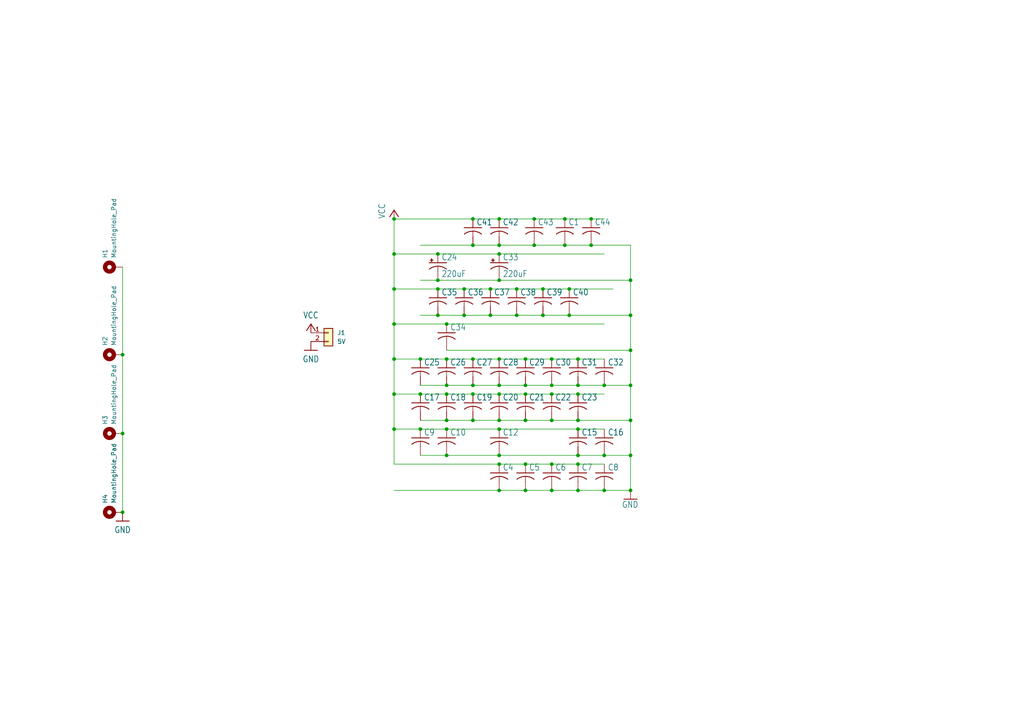
<source format=kicad_sch>
(kicad_sch
	(version 20250114)
	(generator "eeschema")
	(generator_version "9.0")
	(uuid "d68e744a-59c4-426d-97df-51b0f6173bad")
	(paper "A4")
	(lib_symbols
		(symbol "Connector_Generic:Conn_01x02"
			(pin_names
				(offset 1.016)
				(hide yes)
			)
			(exclude_from_sim no)
			(in_bom yes)
			(on_board yes)
			(property "Reference" "J"
				(at 0 2.54 0)
				(effects
					(font
						(size 1.27 1.27)
					)
				)
			)
			(property "Value" "Conn_01x02"
				(at 0 -5.08 0)
				(effects
					(font
						(size 1.27 1.27)
					)
				)
			)
			(property "Footprint" ""
				(at 0 0 0)
				(effects
					(font
						(size 1.27 1.27)
					)
					(hide yes)
				)
			)
			(property "Datasheet" "~"
				(at 0 0 0)
				(effects
					(font
						(size 1.27 1.27)
					)
					(hide yes)
				)
			)
			(property "Description" "Generic connector, single row, 01x02, script generated (kicad-library-utils/schlib/autogen/connector/)"
				(at 0 0 0)
				(effects
					(font
						(size 1.27 1.27)
					)
					(hide yes)
				)
			)
			(property "ki_keywords" "connector"
				(at 0 0 0)
				(effects
					(font
						(size 1.27 1.27)
					)
					(hide yes)
				)
			)
			(property "ki_fp_filters" "Connector*:*_1x??_*"
				(at 0 0 0)
				(effects
					(font
						(size 1.27 1.27)
					)
					(hide yes)
				)
			)
			(symbol "Conn_01x02_1_1"
				(rectangle
					(start -1.27 1.27)
					(end 1.27 -3.81)
					(stroke
						(width 0.254)
						(type default)
					)
					(fill
						(type background)
					)
				)
				(rectangle
					(start -1.27 0.127)
					(end 0 -0.127)
					(stroke
						(width 0.1524)
						(type default)
					)
					(fill
						(type none)
					)
				)
				(rectangle
					(start -1.27 -2.413)
					(end 0 -2.667)
					(stroke
						(width 0.1524)
						(type default)
					)
					(fill
						(type none)
					)
				)
				(pin passive line
					(at -5.08 0 0)
					(length 3.81)
					(name "Pin_1"
						(effects
							(font
								(size 1.27 1.27)
							)
						)
					)
					(number "1"
						(effects
							(font
								(size 1.27 1.27)
							)
						)
					)
				)
				(pin passive line
					(at -5.08 -2.54 0)
					(length 3.81)
					(name "Pin_2"
						(effects
							(font
								(size 1.27 1.27)
							)
						)
					)
					(number "2"
						(effects
							(font
								(size 1.27 1.27)
							)
						)
					)
				)
			)
			(embedded_fonts no)
		)
		(symbol "Mechanical:MountingHole_Pad"
			(pin_numbers
				(hide yes)
			)
			(pin_names
				(offset 1.016)
				(hide yes)
			)
			(exclude_from_sim no)
			(in_bom yes)
			(on_board yes)
			(property "Reference" "H"
				(at 0 6.35 0)
				(effects
					(font
						(size 1.27 1.27)
					)
				)
			)
			(property "Value" "MountingHole_Pad"
				(at 0 4.445 0)
				(effects
					(font
						(size 1.27 1.27)
					)
				)
			)
			(property "Footprint" ""
				(at 0 0 0)
				(effects
					(font
						(size 1.27 1.27)
					)
					(hide yes)
				)
			)
			(property "Datasheet" "~"
				(at 0 0 0)
				(effects
					(font
						(size 1.27 1.27)
					)
					(hide yes)
				)
			)
			(property "Description" "Mounting Hole with connection"
				(at 0 0 0)
				(effects
					(font
						(size 1.27 1.27)
					)
					(hide yes)
				)
			)
			(property "ki_keywords" "mounting hole"
				(at 0 0 0)
				(effects
					(font
						(size 1.27 1.27)
					)
					(hide yes)
				)
			)
			(property "ki_fp_filters" "MountingHole*Pad*"
				(at 0 0 0)
				(effects
					(font
						(size 1.27 1.27)
					)
					(hide yes)
				)
			)
			(symbol "MountingHole_Pad_0_1"
				(circle
					(center 0 1.27)
					(radius 1.27)
					(stroke
						(width 1.27)
						(type default)
					)
					(fill
						(type none)
					)
				)
			)
			(symbol "MountingHole_Pad_1_1"
				(pin input line
					(at 0 -2.54 90)
					(length 2.54)
					(name "1"
						(effects
							(font
								(size 1.27 1.27)
							)
						)
					)
					(number "1"
						(effects
							(font
								(size 1.27 1.27)
							)
						)
					)
				)
			)
			(embedded_fonts no)
		)
		(symbol "signals-eagle-import:C-US025-024X044"
			(exclude_from_sim no)
			(in_bom yes)
			(on_board yes)
			(property "Reference" "C"
				(at 1.016 0.635 0)
				(effects
					(font
						(size 1.778 1.5113)
					)
					(justify left bottom)
				)
			)
			(property "Value" ""
				(at 1.016 -4.191 0)
				(effects
					(font
						(size 1.778 1.5113)
					)
					(justify left bottom)
				)
			)
			(property "Footprint" "signals:C025-024X044"
				(at 0 0 0)
				(effects
					(font
						(size 1.27 1.27)
					)
					(hide yes)
				)
			)
			(property "Datasheet" ""
				(at 0 0 0)
				(effects
					(font
						(size 1.27 1.27)
					)
					(hide yes)
				)
			)
			(property "Description" ""
				(at 0 0 0)
				(effects
					(font
						(size 1.27 1.27)
					)
					(hide yes)
				)
			)
			(property "ki_locked" ""
				(at 0 0 0)
				(effects
					(font
						(size 1.27 1.27)
					)
				)
			)
			(symbol "C-US025-024X044_1_0"
				(polyline
					(pts
						(xy -2.54 0) (xy 2.54 0)
					)
					(stroke
						(width 0.254)
						(type solid)
					)
					(fill
						(type none)
					)
				)
				(arc
					(start -2.4668 -1.8504)
					(mid -1.302 -1.2303)
					(end 0 -1.0161)
					(stroke
						(width 0.254)
						(type solid)
					)
					(fill
						(type none)
					)
				)
				(polyline
					(pts
						(xy 0 -1.016) (xy 0 -2.54)
					)
					(stroke
						(width 0.1524)
						(type solid)
					)
					(fill
						(type none)
					)
				)
				(arc
					(start 0 -1)
					(mid 1.3158 -1.2194)
					(end 2.4892 -1.8541)
					(stroke
						(width 0.254)
						(type solid)
					)
					(fill
						(type none)
					)
				)
				(pin passive line
					(at 0 2.54 270)
					(length 2.54)
					(name "1"
						(effects
							(font
								(size 0 0)
							)
						)
					)
					(number "1"
						(effects
							(font
								(size 0 0)
							)
						)
					)
				)
				(pin passive line
					(at 0 -5.08 90)
					(length 2.54)
					(name "2"
						(effects
							(font
								(size 0 0)
							)
						)
					)
					(number "2"
						(effects
							(font
								(size 0 0)
							)
						)
					)
				)
			)
			(embedded_fonts no)
		)
		(symbol "signals-eagle-import:CPOL-USE2,5-6E"
			(exclude_from_sim no)
			(in_bom yes)
			(on_board yes)
			(property "Reference" "C"
				(at 1.016 0.635 0)
				(effects
					(font
						(size 1.778 1.5113)
					)
					(justify left bottom)
				)
			)
			(property "Value" ""
				(at 1.016 -4.191 0)
				(effects
					(font
						(size 1.778 1.5113)
					)
					(justify left bottom)
				)
			)
			(property "Footprint" "signals:E2,5-6E"
				(at 0 0 0)
				(effects
					(font
						(size 1.27 1.27)
					)
					(hide yes)
				)
			)
			(property "Datasheet" ""
				(at 0 0 0)
				(effects
					(font
						(size 1.27 1.27)
					)
					(hide yes)
				)
			)
			(property "Description" ""
				(at 0 0 0)
				(effects
					(font
						(size 1.27 1.27)
					)
					(hide yes)
				)
			)
			(property "ki_locked" ""
				(at 0 0 0)
				(effects
					(font
						(size 1.27 1.27)
					)
				)
			)
			(symbol "CPOL-USE2,5-6E_1_0"
				(polyline
					(pts
						(xy -2.54 0) (xy 2.54 0)
					)
					(stroke
						(width 0.254)
						(type solid)
					)
					(fill
						(type none)
					)
				)
				(rectangle
					(start -2.253 0.668)
					(end -1.364 0.795)
					(stroke
						(width 0)
						(type default)
					)
					(fill
						(type outline)
					)
				)
				(rectangle
					(start -1.872 0.287)
					(end -1.745 1.176)
					(stroke
						(width 0)
						(type default)
					)
					(fill
						(type outline)
					)
				)
				(arc
					(start -2.4669 -1.8504)
					(mid -1.3021 -1.2303)
					(end 0 -1.0161)
					(stroke
						(width 0.254)
						(type solid)
					)
					(fill
						(type none)
					)
				)
				(polyline
					(pts
						(xy 0 -1.016) (xy 0 -2.54)
					)
					(stroke
						(width 0.1524)
						(type solid)
					)
					(fill
						(type none)
					)
				)
				(arc
					(start 0 -1)
					(mid 1.3158 -1.2194)
					(end 2.4892 -1.8541)
					(stroke
						(width 0.254)
						(type solid)
					)
					(fill
						(type none)
					)
				)
				(pin passive line
					(at 0 2.54 270)
					(length 2.54)
					(name "+"
						(effects
							(font
								(size 0 0)
							)
						)
					)
					(number "+"
						(effects
							(font
								(size 0 0)
							)
						)
					)
				)
				(pin passive line
					(at 0 -5.08 90)
					(length 2.54)
					(name "-"
						(effects
							(font
								(size 0 0)
							)
						)
					)
					(number "-"
						(effects
							(font
								(size 0 0)
							)
						)
					)
				)
			)
			(embedded_fonts no)
		)
		(symbol "signals-eagle-import:GND"
			(power)
			(exclude_from_sim no)
			(in_bom yes)
			(on_board yes)
			(property "Reference" "#GND"
				(at 0 0 0)
				(effects
					(font
						(size 1.27 1.27)
					)
					(hide yes)
				)
			)
			(property "Value" "GND"
				(at -2.54 -2.54 0)
				(effects
					(font
						(size 1.778 1.5113)
					)
					(justify left bottom)
				)
			)
			(property "Footprint" ""
				(at 0 0 0)
				(effects
					(font
						(size 1.27 1.27)
					)
					(hide yes)
				)
			)
			(property "Datasheet" ""
				(at 0 0 0)
				(effects
					(font
						(size 1.27 1.27)
					)
					(hide yes)
				)
			)
			(property "Description" ""
				(at 0 0 0)
				(effects
					(font
						(size 1.27 1.27)
					)
					(hide yes)
				)
			)
			(property "ki_locked" ""
				(at 0 0 0)
				(effects
					(font
						(size 1.27 1.27)
					)
				)
			)
			(symbol "GND_1_0"
				(polyline
					(pts
						(xy -1.905 0) (xy 1.905 0)
					)
					(stroke
						(width 0.254)
						(type solid)
					)
					(fill
						(type none)
					)
				)
				(pin power_in line
					(at 0 2.54 270)
					(length 2.54)
					(name "GND"
						(effects
							(font
								(size 0 0)
							)
						)
					)
					(number "1"
						(effects
							(font
								(size 0 0)
							)
						)
					)
				)
			)
			(embedded_fonts no)
		)
		(symbol "signals-eagle-import:VCC"
			(power)
			(exclude_from_sim no)
			(in_bom yes)
			(on_board yes)
			(property "Reference" "#P+"
				(at 0 0 0)
				(effects
					(font
						(size 1.27 1.27)
					)
					(hide yes)
				)
			)
			(property "Value" "VCC"
				(at -2.54 -2.54 90)
				(effects
					(font
						(size 1.778 1.5113)
					)
					(justify left bottom)
				)
			)
			(property "Footprint" ""
				(at 0 0 0)
				(effects
					(font
						(size 1.27 1.27)
					)
					(hide yes)
				)
			)
			(property "Datasheet" ""
				(at 0 0 0)
				(effects
					(font
						(size 1.27 1.27)
					)
					(hide yes)
				)
			)
			(property "Description" ""
				(at 0 0 0)
				(effects
					(font
						(size 1.27 1.27)
					)
					(hide yes)
				)
			)
			(property "ki_locked" ""
				(at 0 0 0)
				(effects
					(font
						(size 1.27 1.27)
					)
				)
			)
			(symbol "VCC_1_0"
				(polyline
					(pts
						(xy 0 0) (xy -1.27 -1.905)
					)
					(stroke
						(width 0.254)
						(type solid)
					)
					(fill
						(type none)
					)
				)
				(polyline
					(pts
						(xy 1.27 -1.905) (xy 0 0)
					)
					(stroke
						(width 0.254)
						(type solid)
					)
					(fill
						(type none)
					)
				)
				(pin power_in line
					(at 0 -2.54 90)
					(length 2.54)
					(name "VCC"
						(effects
							(font
								(size 0 0)
							)
						)
					)
					(number "1"
						(effects
							(font
								(size 0 0)
							)
						)
					)
				)
			)
			(embedded_fonts no)
		)
	)
	(junction
		(at 134.62 83.82)
		(diameter 0)
		(color 0 0 0 0)
		(uuid "08df7d17-2a56-451d-95a8-3c96f7246589")
	)
	(junction
		(at 35.56 148.59)
		(diameter 0)
		(color 0 0 0 0)
		(uuid "0e24e7dc-7820-4a74-80eb-09fd565f7192")
	)
	(junction
		(at 182.88 121.92)
		(diameter 0)
		(color 0 0 0 0)
		(uuid "14da62a2-c75b-42fb-bf87-c9030caf2786")
	)
	(junction
		(at 114.3 73.66)
		(diameter 0)
		(color 0 0 0 0)
		(uuid "1643f769-2d1f-4093-9761-cb9caada1ea0")
	)
	(junction
		(at 152.4 121.92)
		(diameter 0)
		(color 0 0 0 0)
		(uuid "186a10d3-aa42-443f-864a-02cdf2337fb9")
	)
	(junction
		(at 167.64 111.76)
		(diameter 0)
		(color 0 0 0 0)
		(uuid "1978df0f-e486-4eb8-b393-3bf5b0833a53")
	)
	(junction
		(at 114.3 93.98)
		(diameter 0)
		(color 0 0 0 0)
		(uuid "19d73172-1527-447f-b381-a9e63e461419")
	)
	(junction
		(at 127 81.28)
		(diameter 0)
		(color 0 0 0 0)
		(uuid "1efb31e5-fe26-4e10-9bd2-00d91db574e1")
	)
	(junction
		(at 121.92 124.46)
		(diameter 0)
		(color 0 0 0 0)
		(uuid "26e2157e-c91e-417b-a255-35c4dcb54260")
	)
	(junction
		(at 129.54 124.46)
		(diameter 0)
		(color 0 0 0 0)
		(uuid "27358e70-3223-4668-bbe4-f56696a6f00d")
	)
	(junction
		(at 137.16 63.5)
		(diameter 0)
		(color 0 0 0 0)
		(uuid "27ba6e05-1d14-4cb7-b89a-2a0fbfcdbc48")
	)
	(junction
		(at 127 73.66)
		(diameter 0)
		(color 0 0 0 0)
		(uuid "2ef5011b-d32c-47a7-bfc7-f961d1e94b40")
	)
	(junction
		(at 137.16 104.14)
		(diameter 0)
		(color 0 0 0 0)
		(uuid "33cec840-2cf2-42a3-9254-fdc2d78284e0")
	)
	(junction
		(at 144.78 81.28)
		(diameter 0)
		(color 0 0 0 0)
		(uuid "375a2321-5743-4b09-85a2-d29989e1d3c8")
	)
	(junction
		(at 129.54 132.08)
		(diameter 0)
		(color 0 0 0 0)
		(uuid "38c26e9a-4754-4528-9aca-c0d324d3a53c")
	)
	(junction
		(at 175.26 142.24)
		(diameter 0)
		(color 0 0 0 0)
		(uuid "3b17bdd2-5a7e-461c-9af5-e3bbc913ece4")
	)
	(junction
		(at 121.92 114.3)
		(diameter 0)
		(color 0 0 0 0)
		(uuid "3b2ed60d-8846-440e-801c-5993be7b86fe")
	)
	(junction
		(at 160.02 121.92)
		(diameter 0)
		(color 0 0 0 0)
		(uuid "3dcdb5a6-f53a-422e-b6e6-e25f99f942f9")
	)
	(junction
		(at 163.83 63.5)
		(diameter 0)
		(color 0 0 0 0)
		(uuid "42f16905-4b56-4940-9276-0082edaaa524")
	)
	(junction
		(at 137.16 114.3)
		(diameter 0)
		(color 0 0 0 0)
		(uuid "46401262-7da5-498b-ad95-c9f80881a575")
	)
	(junction
		(at 167.64 104.14)
		(diameter 0)
		(color 0 0 0 0)
		(uuid "4c457817-d8cc-4745-93ef-d20faebb515d")
	)
	(junction
		(at 167.64 121.92)
		(diameter 0)
		(color 0 0 0 0)
		(uuid "4dc59fe7-7c12-4de1-ad2d-976bf8d079f9")
	)
	(junction
		(at 137.16 71.12)
		(diameter 0)
		(color 0 0 0 0)
		(uuid "58fa38c3-8e1b-4be6-a3a3-166786c9a6db")
	)
	(junction
		(at 167.64 114.3)
		(diameter 0)
		(color 0 0 0 0)
		(uuid "5a310e1a-c025-4833-b699-5fa2f671f90b")
	)
	(junction
		(at 182.88 101.6)
		(diameter 0)
		(color 0 0 0 0)
		(uuid "6394e8f6-4449-4dc3-85cd-6ca1b140ad3a")
	)
	(junction
		(at 137.16 121.92)
		(diameter 0)
		(color 0 0 0 0)
		(uuid "657daa8f-4f3f-4dd7-acc2-d10629d32f95")
	)
	(junction
		(at 171.45 71.12)
		(diameter 0)
		(color 0 0 0 0)
		(uuid "6bc9e0d7-53dd-4680-9948-ade9180c098f")
	)
	(junction
		(at 182.88 91.44)
		(diameter 0)
		(color 0 0 0 0)
		(uuid "71a92c97-a0a9-4cac-8b4c-ed669b6c5b2b")
	)
	(junction
		(at 144.78 121.92)
		(diameter 0)
		(color 0 0 0 0)
		(uuid "730c5259-2fdd-40b2-8692-e69cde959a5e")
	)
	(junction
		(at 137.16 111.76)
		(diameter 0)
		(color 0 0 0 0)
		(uuid "738ea0a6-9d5e-4a33-9687-9931f57bc96f")
	)
	(junction
		(at 157.48 83.82)
		(diameter 0)
		(color 0 0 0 0)
		(uuid "74d2df63-a96d-4573-bbfe-b923cf98ba7b")
	)
	(junction
		(at 144.78 114.3)
		(diameter 0)
		(color 0 0 0 0)
		(uuid "7700b430-b491-48fb-8816-832842d72e6e")
	)
	(junction
		(at 152.4 104.14)
		(diameter 0)
		(color 0 0 0 0)
		(uuid "7a843056-e215-40b7-9b9b-8d4e77ab9e24")
	)
	(junction
		(at 127 83.82)
		(diameter 0)
		(color 0 0 0 0)
		(uuid "7b2b9a95-698a-4b3e-826b-864b49cbdd56")
	)
	(junction
		(at 129.54 111.76)
		(diameter 0)
		(color 0 0 0 0)
		(uuid "7b347e7a-15fa-496e-8669-065f5e0ac967")
	)
	(junction
		(at 144.78 142.24)
		(diameter 0)
		(color 0 0 0 0)
		(uuid "7bbcc7d5-637e-4bf5-a89c-7f257b3810b1")
	)
	(junction
		(at 114.3 83.82)
		(diameter 0)
		(color 0 0 0 0)
		(uuid "7e054610-22a3-4ebd-beb9-4e26f9692be7")
	)
	(junction
		(at 129.54 121.92)
		(diameter 0)
		(color 0 0 0 0)
		(uuid "802049b5-735a-4e58-8b6f-b81d152058cb")
	)
	(junction
		(at 182.88 132.08)
		(diameter 0)
		(color 0 0 0 0)
		(uuid "81c0b005-67bf-4a3f-b815-d5d141dc1451")
	)
	(junction
		(at 35.56 125.73)
		(diameter 0)
		(color 0 0 0 0)
		(uuid "846d28c6-31bf-4a01-bdf5-d89542d14a3e")
	)
	(junction
		(at 160.02 114.3)
		(diameter 0)
		(color 0 0 0 0)
		(uuid "8b9a6915-1885-4167-86a9-6318c4c90ff9")
	)
	(junction
		(at 167.64 142.24)
		(diameter 0)
		(color 0 0 0 0)
		(uuid "8cfca09c-8f14-463f-b342-78438edcb4d0")
	)
	(junction
		(at 114.3 114.3)
		(diameter 0)
		(color 0 0 0 0)
		(uuid "8eb11ddf-61bd-4d27-8727-06526cf04844")
	)
	(junction
		(at 114.3 104.14)
		(diameter 0)
		(color 0 0 0 0)
		(uuid "977557d7-ab3d-4eeb-a803-f9b53ab2423c")
	)
	(junction
		(at 182.88 81.28)
		(diameter 0)
		(color 0 0 0 0)
		(uuid "97c451ee-250c-4279-b8f5-485379d6a3d0")
	)
	(junction
		(at 167.64 132.08)
		(diameter 0)
		(color 0 0 0 0)
		(uuid "994d2a63-51d0-4535-b79a-cb7d3aa4b822")
	)
	(junction
		(at 175.26 132.08)
		(diameter 0)
		(color 0 0 0 0)
		(uuid "9a3a8a95-a024-4a7b-9771-bd47cb676bc1")
	)
	(junction
		(at 175.26 111.76)
		(diameter 0)
		(color 0 0 0 0)
		(uuid "9bf93b66-c019-4c30-8726-ac59eb1762e5")
	)
	(junction
		(at 160.02 104.14)
		(diameter 0)
		(color 0 0 0 0)
		(uuid "a2ee2144-c8e1-43e1-b570-8ebbd79af067")
	)
	(junction
		(at 129.54 114.3)
		(diameter 0)
		(color 0 0 0 0)
		(uuid "a3f7b590-895b-4d5f-90b4-a373c3c0daed")
	)
	(junction
		(at 127 91.44)
		(diameter 0)
		(color 0 0 0 0)
		(uuid "abf2dfc1-6bfe-4323-b234-034d004f10e3")
	)
	(junction
		(at 144.78 111.76)
		(diameter 0)
		(color 0 0 0 0)
		(uuid "ad8ace94-7bf8-447f-bb37-e90feb36b7f1")
	)
	(junction
		(at 114.3 63.5)
		(diameter 0)
		(color 0 0 0 0)
		(uuid "b1a962fb-1cd4-44cd-bbaf-cafd36a699a7")
	)
	(junction
		(at 152.4 134.62)
		(diameter 0)
		(color 0 0 0 0)
		(uuid "b37604f1-6d1a-4c36-bfb8-cac6d8a95879")
	)
	(junction
		(at 152.4 114.3)
		(diameter 0)
		(color 0 0 0 0)
		(uuid "b6a8e6c2-f4c5-4fa7-8c9b-3834d65123a6")
	)
	(junction
		(at 165.1 91.44)
		(diameter 0)
		(color 0 0 0 0)
		(uuid "b8fc81a7-0d01-46b4-9689-71cf052bdd66")
	)
	(junction
		(at 167.64 134.62)
		(diameter 0)
		(color 0 0 0 0)
		(uuid "bb053693-5c25-46d8-8dac-dbd036f45668")
	)
	(junction
		(at 121.92 104.14)
		(diameter 0)
		(color 0 0 0 0)
		(uuid "bb2b60d9-ce51-44a2-92da-a421ef625399")
	)
	(junction
		(at 144.78 73.66)
		(diameter 0)
		(color 0 0 0 0)
		(uuid "be4781b1-bf91-4c5e-887e-76c9227d10df")
	)
	(junction
		(at 157.48 91.44)
		(diameter 0)
		(color 0 0 0 0)
		(uuid "c24daac0-aeef-4b3a-bbce-5ae0e8a8b5a7")
	)
	(junction
		(at 182.88 111.76)
		(diameter 0)
		(color 0 0 0 0)
		(uuid "c3e00be6-259b-44cf-933a-ad894a9bf649")
	)
	(junction
		(at 182.88 142.24)
		(diameter 0)
		(color 0 0 0 0)
		(uuid "ced05735-a083-4985-ae3e-880557695cf2")
	)
	(junction
		(at 160.02 111.76)
		(diameter 0)
		(color 0 0 0 0)
		(uuid "d21ab96d-3f91-4cd5-925d-e087092af7d5")
	)
	(junction
		(at 160.02 134.62)
		(diameter 0)
		(color 0 0 0 0)
		(uuid "d5edeebf-b1f0-4651-b258-398029222d15")
	)
	(junction
		(at 154.94 63.5)
		(diameter 0)
		(color 0 0 0 0)
		(uuid "d8b7940e-ad04-451b-9ed4-47684537457f")
	)
	(junction
		(at 35.56 102.87)
		(diameter 0)
		(color 0 0 0 0)
		(uuid "d8fe65db-cfa8-463f-8e8b-31d49a2ba50f")
	)
	(junction
		(at 167.64 124.46)
		(diameter 0)
		(color 0 0 0 0)
		(uuid "da69de59-70bc-4688-8b06-8bbb2a5d8d4d")
	)
	(junction
		(at 144.78 71.12)
		(diameter 0)
		(color 0 0 0 0)
		(uuid "db68d682-c461-4290-b64a-5d94ea58a54c")
	)
	(junction
		(at 144.78 124.46)
		(diameter 0)
		(color 0 0 0 0)
		(uuid "ddbc2af2-1d7d-4033-a9d0-77f4af1de02c")
	)
	(junction
		(at 144.78 132.08)
		(diameter 0)
		(color 0 0 0 0)
		(uuid "deb37ddf-34e7-4803-b483-d6b9fd13cce7")
	)
	(junction
		(at 142.24 83.82)
		(diameter 0)
		(color 0 0 0 0)
		(uuid "df801c8c-4425-43a7-b090-79e872cd4ff9")
	)
	(junction
		(at 160.02 142.24)
		(diameter 0)
		(color 0 0 0 0)
		(uuid "e078a63c-46b1-4f73-8d8b-d1c937588c81")
	)
	(junction
		(at 129.54 93.98)
		(diameter 0)
		(color 0 0 0 0)
		(uuid "e1432ea1-5e1a-4ad2-9b0a-9ae7514eabf0")
	)
	(junction
		(at 144.78 134.62)
		(diameter 0)
		(color 0 0 0 0)
		(uuid "e31943e0-eb7f-485f-9db2-194f8e83af63")
	)
	(junction
		(at 144.78 104.14)
		(diameter 0)
		(color 0 0 0 0)
		(uuid "e3d38078-108c-450d-9aef-e05957350e02")
	)
	(junction
		(at 142.24 91.44)
		(diameter 0)
		(color 0 0 0 0)
		(uuid "e41abdf5-b837-42b6-9ea5-493fcdd5cc25")
	)
	(junction
		(at 171.45 63.5)
		(diameter 0)
		(color 0 0 0 0)
		(uuid "e4fb79af-74a0-42b9-b887-3567261c232c")
	)
	(junction
		(at 165.1 83.82)
		(diameter 0)
		(color 0 0 0 0)
		(uuid "e9a1bc28-6092-4c91-855f-2d2b06983d8f")
	)
	(junction
		(at 134.62 91.44)
		(diameter 0)
		(color 0 0 0 0)
		(uuid "ec15125b-4cb7-4de5-a1fb-8524e25ca703")
	)
	(junction
		(at 149.86 91.44)
		(diameter 0)
		(color 0 0 0 0)
		(uuid "ee1b0643-6ff7-420c-9c39-eea89307c193")
	)
	(junction
		(at 129.54 104.14)
		(diameter 0)
		(color 0 0 0 0)
		(uuid "f4852275-30ed-4858-83ba-c94da9b07c36")
	)
	(junction
		(at 152.4 111.76)
		(diameter 0)
		(color 0 0 0 0)
		(uuid "f4bb4a99-6fff-46df-8d93-ed38e1179f76")
	)
	(junction
		(at 149.86 83.82)
		(diameter 0)
		(color 0 0 0 0)
		(uuid "f4f53137-a3f7-4a2b-9cd6-2d99cfe643ef")
	)
	(junction
		(at 114.3 124.46)
		(diameter 0)
		(color 0 0 0 0)
		(uuid "f7baa769-f902-4bad-9019-eb4d22846085")
	)
	(junction
		(at 144.78 63.5)
		(diameter 0)
		(color 0 0 0 0)
		(uuid "fa275117-41f7-43b8-8be4-26ebc679be8e")
	)
	(junction
		(at 154.94 71.12)
		(diameter 0)
		(color 0 0 0 0)
		(uuid "fa980fed-5d40-4afd-b7b4-dcddcddca0c1")
	)
	(junction
		(at 163.83 71.12)
		(diameter 0)
		(color 0 0 0 0)
		(uuid "fc6c5dc6-c916-4ca5-b97f-00436d7c1d8c")
	)
	(junction
		(at 152.4 142.24)
		(diameter 0)
		(color 0 0 0 0)
		(uuid "ff4763a8-49d8-48f7-81ec-21cf6320b5b8")
	)
	(wire
		(pts
			(xy 35.56 102.87) (xy 35.56 125.73)
		)
		(stroke
			(width 0)
			(type default)
		)
		(uuid "0134f2ce-403b-4813-82a3-3c5ff9c82ce9")
	)
	(wire
		(pts
			(xy 182.88 121.92) (xy 182.88 132.08)
		)
		(stroke
			(width 0.1524)
			(type solid)
		)
		(uuid "03f75d60-e72f-4473-ae59-abbcf90cf9b6")
	)
	(wire
		(pts
			(xy 127 91.44) (xy 134.62 91.44)
		)
		(stroke
			(width 0.1524)
			(type solid)
		)
		(uuid "056ea6af-9da9-4305-815a-52d7c9fe9734")
	)
	(wire
		(pts
			(xy 121.92 121.92) (xy 129.54 121.92)
		)
		(stroke
			(width 0.1524)
			(type solid)
		)
		(uuid "05a0a32a-f0e9-4522-9e0c-be4cb92a8b26")
	)
	(wire
		(pts
			(xy 114.3 114.3) (xy 121.92 114.3)
		)
		(stroke
			(width 0.1524)
			(type solid)
		)
		(uuid "064d14d2-7854-44f3-af78-0c092deaaf0e")
	)
	(wire
		(pts
			(xy 163.83 71.12) (xy 171.45 71.12)
		)
		(stroke
			(width 0.1524)
			(type solid)
		)
		(uuid "087e7174-f692-46a0-b465-dbe37cb956a6")
	)
	(wire
		(pts
			(xy 129.54 93.98) (xy 175.26 93.98)
		)
		(stroke
			(width 0.1524)
			(type solid)
		)
		(uuid "088d78fe-170e-4cf6-95a8-ea1f3d9a2c8f")
	)
	(wire
		(pts
			(xy 149.86 83.82) (xy 157.48 83.82)
		)
		(stroke
			(width 0.1524)
			(type solid)
		)
		(uuid "09ed0b77-76b6-45b1-acf2-95e74d017032")
	)
	(wire
		(pts
			(xy 165.1 91.44) (xy 182.88 91.44)
		)
		(stroke
			(width 0.1524)
			(type solid)
		)
		(uuid "0cc33cc2-077d-4706-b259-13c955649a7f")
	)
	(wire
		(pts
			(xy 137.16 63.5) (xy 144.78 63.5)
		)
		(stroke
			(width 0.1524)
			(type solid)
		)
		(uuid "0eab506b-09fe-4ebb-acf7-71a4205d8db7")
	)
	(wire
		(pts
			(xy 129.54 114.3) (xy 137.16 114.3)
		)
		(stroke
			(width 0.1524)
			(type solid)
		)
		(uuid "128dad4c-272b-42d0-8358-d9c581ce5f4a")
	)
	(wire
		(pts
			(xy 160.02 142.24) (xy 167.64 142.24)
		)
		(stroke
			(width 0.1524)
			(type solid)
		)
		(uuid "1395c990-583c-4143-a4fc-5cf1a197829e")
	)
	(wire
		(pts
			(xy 142.24 91.44) (xy 149.86 91.44)
		)
		(stroke
			(width 0.1524)
			(type solid)
		)
		(uuid "16fef124-4afe-4292-a680-05a598388881")
	)
	(wire
		(pts
			(xy 152.4 121.92) (xy 160.02 121.92)
		)
		(stroke
			(width 0.1524)
			(type solid)
		)
		(uuid "19d9a3a2-1eac-4206-91d3-65764ba364ce")
	)
	(wire
		(pts
			(xy 144.78 142.24) (xy 152.4 142.24)
		)
		(stroke
			(width 0.1524)
			(type solid)
		)
		(uuid "1b655566-ed70-47c1-b7bb-6d7b698e0391")
	)
	(wire
		(pts
			(xy 144.78 81.28) (xy 182.88 81.28)
		)
		(stroke
			(width 0.1524)
			(type solid)
		)
		(uuid "1cae1bbc-273e-4415-88eb-dac9fea5c44b")
	)
	(wire
		(pts
			(xy 152.4 111.76) (xy 160.02 111.76)
		)
		(stroke
			(width 0.1524)
			(type solid)
		)
		(uuid "1d34361d-efe3-486d-8543-d5392caf7b85")
	)
	(wire
		(pts
			(xy 127 81.28) (xy 144.78 81.28)
		)
		(stroke
			(width 0.1524)
			(type solid)
		)
		(uuid "1de8ce21-97d1-4de1-9bac-05a8274981e9")
	)
	(wire
		(pts
			(xy 129.54 121.92) (xy 137.16 121.92)
		)
		(stroke
			(width 0.1524)
			(type solid)
		)
		(uuid "22677ed2-e6b7-4fee-9c0c-84add979de8a")
	)
	(wire
		(pts
			(xy 144.78 63.5) (xy 154.94 63.5)
		)
		(stroke
			(width 0.1524)
			(type solid)
		)
		(uuid "25417b41-f1a6-4f78-9370-013c59ac827a")
	)
	(wire
		(pts
			(xy 137.16 71.12) (xy 144.78 71.12)
		)
		(stroke
			(width 0.1524)
			(type solid)
		)
		(uuid "29e0d194-bbf3-47f5-8908-2567f0367cc5")
	)
	(wire
		(pts
			(xy 182.88 81.28) (xy 182.88 91.44)
		)
		(stroke
			(width 0.1524)
			(type solid)
		)
		(uuid "2a39d627-754f-498f-bbd6-39c150dada9e")
	)
	(wire
		(pts
			(xy 182.88 101.6) (xy 182.88 111.76)
		)
		(stroke
			(width 0.1524)
			(type solid)
		)
		(uuid "2a5941e5-2c1a-43d4-a86c-30d037110066")
	)
	(wire
		(pts
			(xy 144.78 104.14) (xy 152.4 104.14)
		)
		(stroke
			(width 0.1524)
			(type solid)
		)
		(uuid "3076a93f-3743-40c2-8496-f32bf9f76661")
	)
	(wire
		(pts
			(xy 144.78 121.92) (xy 152.4 121.92)
		)
		(stroke
			(width 0.1524)
			(type solid)
		)
		(uuid "31b9368e-1067-4233-b91c-18e33e19f5f9")
	)
	(wire
		(pts
			(xy 137.16 121.92) (xy 144.78 121.92)
		)
		(stroke
			(width 0.1524)
			(type solid)
		)
		(uuid "331dd497-e613-4b28-a162-49f605fba03c")
	)
	(wire
		(pts
			(xy 114.3 124.46) (xy 121.92 124.46)
		)
		(stroke
			(width 0.1524)
			(type solid)
		)
		(uuid "3362e646-586e-4262-b9ca-25dd5585cc39")
	)
	(wire
		(pts
			(xy 129.54 101.6) (xy 182.88 101.6)
		)
		(stroke
			(width 0.1524)
			(type solid)
		)
		(uuid "384c4214-ff4e-4f51-97b0-f459d391b04d")
	)
	(wire
		(pts
			(xy 167.64 132.08) (xy 175.26 132.08)
		)
		(stroke
			(width 0.1524)
			(type solid)
		)
		(uuid "38c31a65-fb31-4647-ad01-0015dd3e0276")
	)
	(wire
		(pts
			(xy 127 83.82) (xy 134.62 83.82)
		)
		(stroke
			(width 0.1524)
			(type solid)
		)
		(uuid "3a62c1ab-4ca3-40c6-b964-9f8a278e1bf6")
	)
	(wire
		(pts
			(xy 157.48 83.82) (xy 165.1 83.82)
		)
		(stroke
			(width 0.1524)
			(type solid)
		)
		(uuid "3afb2c76-e096-44da-81c6-4f8b1bccd4c6")
	)
	(wire
		(pts
			(xy 160.02 114.3) (xy 167.64 114.3)
		)
		(stroke
			(width 0.1524)
			(type solid)
		)
		(uuid "3e1c7178-e2ea-45da-9a1c-3d9d47d0730a")
	)
	(wire
		(pts
			(xy 171.45 71.12) (xy 182.88 71.12)
		)
		(stroke
			(width 0.1524)
			(type solid)
		)
		(uuid "45886d66-4b3f-4754-b932-54ae7807f939")
	)
	(wire
		(pts
			(xy 121.92 71.12) (xy 137.16 71.12)
		)
		(stroke
			(width 0.1524)
			(type solid)
		)
		(uuid "4629165c-056f-4bfa-b35c-b71ddf0be197")
	)
	(wire
		(pts
			(xy 121.92 132.08) (xy 129.54 132.08)
		)
		(stroke
			(width 0.1524)
			(type solid)
		)
		(uuid "49115a8c-b895-4be3-8685-adcaac5a4b14")
	)
	(wire
		(pts
			(xy 121.92 81.28) (xy 127 81.28)
		)
		(stroke
			(width 0.1524)
			(type solid)
		)
		(uuid "4d71a230-5464-4cca-9b3c-86ee73abfd70")
	)
	(wire
		(pts
			(xy 129.54 111.76) (xy 137.16 111.76)
		)
		(stroke
			(width 0.1524)
			(type solid)
		)
		(uuid "4d80b171-a078-470c-b7cf-fe98132029e8")
	)
	(wire
		(pts
			(xy 35.56 77.47) (xy 35.56 102.87)
		)
		(stroke
			(width 0)
			(type default)
		)
		(uuid "4de6b67e-5963-4318-81b8-7919eec855a4")
	)
	(wire
		(pts
			(xy 152.4 104.14) (xy 160.02 104.14)
		)
		(stroke
			(width 0.1524)
			(type solid)
		)
		(uuid "4e8ca8ff-966e-4e27-ba44-a0651343503b")
	)
	(wire
		(pts
			(xy 163.83 63.5) (xy 171.45 63.5)
		)
		(stroke
			(width 0.1524)
			(type solid)
		)
		(uuid "52554789-704b-4050-8cf1-aff93765c690")
	)
	(wire
		(pts
			(xy 175.26 142.24) (xy 182.88 142.24)
		)
		(stroke
			(width 0.1524)
			(type solid)
		)
		(uuid "54e3217c-87f3-4438-80a0-5d6e2b566ac7")
	)
	(wire
		(pts
			(xy 144.78 111.76) (xy 152.4 111.76)
		)
		(stroke
			(width 0.1524)
			(type solid)
		)
		(uuid "5701f60d-eaea-43d0-962f-256cc56f1a43")
	)
	(wire
		(pts
			(xy 129.54 132.08) (xy 144.78 132.08)
		)
		(stroke
			(width 0.1524)
			(type solid)
		)
		(uuid "596ed7bd-c0ae-46d3-a1c0-59c1a4b95ec7")
	)
	(wire
		(pts
			(xy 137.16 111.76) (xy 144.78 111.76)
		)
		(stroke
			(width 0.1524)
			(type solid)
		)
		(uuid "5a4d1da7-9645-453e-97f9-e849f0092f99")
	)
	(wire
		(pts
			(xy 167.64 111.76) (xy 175.26 111.76)
		)
		(stroke
			(width 0.1524)
			(type solid)
		)
		(uuid "5bdc7f27-5215-4a0a-8995-520728f5aac0")
	)
	(wire
		(pts
			(xy 129.54 124.46) (xy 144.78 124.46)
		)
		(stroke
			(width 0.1524)
			(type solid)
		)
		(uuid "662a8d06-0f8e-4470-8c04-94ddef435b96")
	)
	(wire
		(pts
			(xy 154.94 63.5) (xy 163.83 63.5)
		)
		(stroke
			(width 0.1524)
			(type solid)
		)
		(uuid "69e66b34-bef3-4a2d-b3cb-6fa3ca570bd8")
	)
	(wire
		(pts
			(xy 167.64 124.46) (xy 175.26 124.46)
		)
		(stroke
			(width 0.1524)
			(type solid)
		)
		(uuid "6a3934b5-c029-4cd1-a460-88bdf9344ba9")
	)
	(wire
		(pts
			(xy 167.64 121.92) (xy 182.88 121.92)
		)
		(stroke
			(width 0.1524)
			(type solid)
		)
		(uuid "6ef82963-0019-4d64-b016-093b077e6349")
	)
	(wire
		(pts
			(xy 137.16 114.3) (xy 144.78 114.3)
		)
		(stroke
			(width 0.1524)
			(type solid)
		)
		(uuid "75e782eb-f0c1-4058-9ca5-f6443e02c95c")
	)
	(wire
		(pts
			(xy 121.92 91.44) (xy 127 91.44)
		)
		(stroke
			(width 0.1524)
			(type solid)
		)
		(uuid "78911593-0fbd-4200-86b6-797b1f501604")
	)
	(wire
		(pts
			(xy 157.48 91.44) (xy 165.1 91.44)
		)
		(stroke
			(width 0.1524)
			(type solid)
		)
		(uuid "7b912c6a-5211-4aa2-8b12-aa91aa80bbef")
	)
	(wire
		(pts
			(xy 114.3 124.46) (xy 114.3 114.3)
		)
		(stroke
			(width 0.1524)
			(type solid)
		)
		(uuid "7e5231c0-80cd-4a3c-8c58-b231440ae7ae")
	)
	(wire
		(pts
			(xy 114.3 134.62) (xy 144.78 134.62)
		)
		(stroke
			(width 0.1524)
			(type solid)
		)
		(uuid "81cbf33e-6b6e-45e9-9dc5-18b19e350125")
	)
	(wire
		(pts
			(xy 114.3 83.82) (xy 114.3 73.66)
		)
		(stroke
			(width 0.1524)
			(type solid)
		)
		(uuid "824f1ae0-7532-40e6-82f5-af4f02c94894")
	)
	(wire
		(pts
			(xy 114.3 104.14) (xy 114.3 114.3)
		)
		(stroke
			(width 0.1524)
			(type solid)
		)
		(uuid "82757d8d-dc68-4923-a207-f16511c91475")
	)
	(wire
		(pts
			(xy 154.94 71.12) (xy 163.83 71.12)
		)
		(stroke
			(width 0.1524)
			(type solid)
		)
		(uuid "8429050f-5541-4780-8076-86b3f00857bc")
	)
	(wire
		(pts
			(xy 171.45 63.5) (xy 175.26 63.5)
		)
		(stroke
			(width 0.1524)
			(type solid)
		)
		(uuid "84c39be0-f148-414f-a9ad-49440d5ec4af")
	)
	(wire
		(pts
			(xy 129.54 104.14) (xy 137.16 104.14)
		)
		(stroke
			(width 0.1524)
			(type solid)
		)
		(uuid "8675a119-5c76-426e-b5bc-247d5b43ab38")
	)
	(wire
		(pts
			(xy 160.02 121.92) (xy 167.64 121.92)
		)
		(stroke
			(width 0.1524)
			(type solid)
		)
		(uuid "87745e3b-fa04-405e-af73-c41656fb6fed")
	)
	(wire
		(pts
			(xy 182.88 111.76) (xy 182.88 121.92)
		)
		(stroke
			(width 0.1524)
			(type solid)
		)
		(uuid "89b152ff-e5c9-4879-beed-b384d9f4a926")
	)
	(wire
		(pts
			(xy 114.3 73.66) (xy 114.3 63.5)
		)
		(stroke
			(width 0.1524)
			(type solid)
		)
		(uuid "89c1918d-a15a-4309-915d-52b37e114a05")
	)
	(wire
		(pts
			(xy 167.64 134.62) (xy 175.26 134.62)
		)
		(stroke
			(width 0.1524)
			(type solid)
		)
		(uuid "8ac7aa0c-aefd-4aef-ac75-c7f9ebaa7d60")
	)
	(wire
		(pts
			(xy 121.92 124.46) (xy 129.54 124.46)
		)
		(stroke
			(width 0.1524)
			(type solid)
		)
		(uuid "8bca76b8-a34c-4e28-b1f9-294028583cfb")
	)
	(wire
		(pts
			(xy 137.16 104.14) (xy 144.78 104.14)
		)
		(stroke
			(width 0.1524)
			(type solid)
		)
		(uuid "8e04f648-343d-4910-97b2-29d7b1475a42")
	)
	(wire
		(pts
			(xy 182.88 91.44) (xy 182.88 101.6)
		)
		(stroke
			(width 0.1524)
			(type solid)
		)
		(uuid "8e0adcfd-5100-4e1e-9827-0f1a820c1903")
	)
	(wire
		(pts
			(xy 167.64 142.24) (xy 175.26 142.24)
		)
		(stroke
			(width 0.1524)
			(type solid)
		)
		(uuid "91b83ad8-3916-4d45-a906-38bab100b285")
	)
	(wire
		(pts
			(xy 167.64 114.3) (xy 175.26 114.3)
		)
		(stroke
			(width 0.1524)
			(type solid)
		)
		(uuid "9a527266-6dca-4f62-a32d-a8b9dd5d2ab1")
	)
	(wire
		(pts
			(xy 149.86 91.44) (xy 157.48 91.44)
		)
		(stroke
			(width 0.1524)
			(type solid)
		)
		(uuid "a093e2b7-3345-4ac5-a389-842bd92a840d")
	)
	(wire
		(pts
			(xy 167.64 104.14) (xy 175.26 104.14)
		)
		(stroke
			(width 0.1524)
			(type solid)
		)
		(uuid "a17b044f-2aba-4994-947f-faa7b0e47b23")
	)
	(wire
		(pts
			(xy 165.1 83.82) (xy 177.8 83.82)
		)
		(stroke
			(width 0.1524)
			(type solid)
		)
		(uuid "a3e5f487-7467-4ed4-ab2b-b0d213f09e0a")
	)
	(wire
		(pts
			(xy 144.78 71.12) (xy 154.94 71.12)
		)
		(stroke
			(width 0.1524)
			(type solid)
		)
		(uuid "a7ef069e-154d-416a-bbe8-fd13bb579115")
	)
	(wire
		(pts
			(xy 144.78 134.62) (xy 152.4 134.62)
		)
		(stroke
			(width 0.1524)
			(type solid)
		)
		(uuid "a8cbf5d6-3e78-42e7-b5a0-a7d7857ef505")
	)
	(wire
		(pts
			(xy 114.3 104.14) (xy 114.3 93.98)
		)
		(stroke
			(width 0.1524)
			(type solid)
		)
		(uuid "ad75a96f-0a0c-4704-86a0-a4de13ba9a41")
	)
	(wire
		(pts
			(xy 114.3 83.82) (xy 127 83.82)
		)
		(stroke
			(width 0.1524)
			(type solid)
		)
		(uuid "afbdb07d-0561-43a6-a2f5-bf51ba7da9d5")
	)
	(wire
		(pts
			(xy 160.02 104.14) (xy 167.64 104.14)
		)
		(stroke
			(width 0.1524)
			(type solid)
		)
		(uuid "b02a5a04-9bde-4a2e-9e54-c5b4a4cc2f67")
	)
	(wire
		(pts
			(xy 175.26 111.76) (xy 182.88 111.76)
		)
		(stroke
			(width 0.1524)
			(type solid)
		)
		(uuid "b1746542-275b-4e79-8da4-16997028df3b")
	)
	(wire
		(pts
			(xy 182.88 132.08) (xy 182.88 142.24)
		)
		(stroke
			(width 0.1524)
			(type solid)
		)
		(uuid "b3a2a50d-930b-44aa-8c7d-edf7f7d85274")
	)
	(wire
		(pts
			(xy 152.4 142.24) (xy 160.02 142.24)
		)
		(stroke
			(width 0.1524)
			(type solid)
		)
		(uuid "b649751d-cbbf-49c8-80cd-724616197735")
	)
	(wire
		(pts
			(xy 35.56 125.73) (xy 35.56 148.59)
		)
		(stroke
			(width 0)
			(type default)
		)
		(uuid "bb8dffbb-18f5-4a1d-ac2b-e775b6da47ba")
	)
	(wire
		(pts
			(xy 114.3 63.5) (xy 137.16 63.5)
		)
		(stroke
			(width 0.1524)
			(type solid)
		)
		(uuid "bc749a7d-2fa5-4aff-91c9-ac5e7a4e4352")
	)
	(wire
		(pts
			(xy 175.26 132.08) (xy 182.88 132.08)
		)
		(stroke
			(width 0.1524)
			(type solid)
		)
		(uuid "bfdd5609-db11-41df-8f5d-21fb78c19cc7")
	)
	(wire
		(pts
			(xy 114.3 134.62) (xy 114.3 124.46)
		)
		(stroke
			(width 0.1524)
			(type solid)
		)
		(uuid "c1db1db7-62fd-45d6-9c19-76c3d2f65dd9")
	)
	(wire
		(pts
			(xy 152.4 114.3) (xy 160.02 114.3)
		)
		(stroke
			(width 0.1524)
			(type solid)
		)
		(uuid "c2edab40-6190-465e-8691-2ca2ed566886")
	)
	(wire
		(pts
			(xy 160.02 134.62) (xy 167.64 134.62)
		)
		(stroke
			(width 0.1524)
			(type solid)
		)
		(uuid "c4aafc87-ee56-4e84-a870-df9a53f9f8c2")
	)
	(wire
		(pts
			(xy 127 73.66) (xy 144.78 73.66)
		)
		(stroke
			(width 0.1524)
			(type solid)
		)
		(uuid "c72c3c33-93e8-4643-a489-46ca053ceeae")
	)
	(wire
		(pts
			(xy 152.4 134.62) (xy 160.02 134.62)
		)
		(stroke
			(width 0.1524)
			(type solid)
		)
		(uuid "c86350ad-9b60-407d-8f6a-eb0cd999f735")
	)
	(wire
		(pts
			(xy 144.78 132.08) (xy 167.64 132.08)
		)
		(stroke
			(width 0.1524)
			(type solid)
		)
		(uuid "ccae4271-e0ae-410f-9006-e9f5d34a9d9d")
	)
	(wire
		(pts
			(xy 114.3 104.14) (xy 121.92 104.14)
		)
		(stroke
			(width 0.1524)
			(type solid)
		)
		(uuid "db21cadb-acda-4088-baa4-c412e655d64a")
	)
	(wire
		(pts
			(xy 121.92 104.14) (xy 129.54 104.14)
		)
		(stroke
			(width 0.1524)
			(type solid)
		)
		(uuid "dca18408-969f-4094-9c57-053e47c18402")
	)
	(wire
		(pts
			(xy 142.24 83.82) (xy 149.86 83.82)
		)
		(stroke
			(width 0.1524)
			(type solid)
		)
		(uuid "e0007485-cfb3-4495-8d32-362842b3c0a4")
	)
	(wire
		(pts
			(xy 134.62 83.82) (xy 142.24 83.82)
		)
		(stroke
			(width 0.1524)
			(type solid)
		)
		(uuid "e3fc4040-aeb0-40c5-8f92-75bf07c49441")
	)
	(wire
		(pts
			(xy 114.3 142.24) (xy 144.78 142.24)
		)
		(stroke
			(width 0.1524)
			(type solid)
		)
		(uuid "e5fd3a0f-bcfc-4ce6-920e-e8a8aba5d721")
	)
	(wire
		(pts
			(xy 121.92 114.3) (xy 129.54 114.3)
		)
		(stroke
			(width 0.1524)
			(type solid)
		)
		(uuid "e9726d6f-adcf-4724-8dd6-fe962cff6774")
	)
	(wire
		(pts
			(xy 121.92 111.76) (xy 129.54 111.76)
		)
		(stroke
			(width 0.1524)
			(type solid)
		)
		(uuid "f35fe6e9-b55b-4487-a057-fd7d8aa80a5e")
	)
	(wire
		(pts
			(xy 182.88 71.12) (xy 182.88 81.28)
		)
		(stroke
			(width 0.1524)
			(type solid)
		)
		(uuid "f9b69caa-3cd5-428d-b6d6-ecf17d8458a8")
	)
	(wire
		(pts
			(xy 160.02 111.76) (xy 167.64 111.76)
		)
		(stroke
			(width 0.1524)
			(type solid)
		)
		(uuid "f9f07f05-d9a4-4f60-9f94-da70f6f58bf4")
	)
	(wire
		(pts
			(xy 144.78 124.46) (xy 167.64 124.46)
		)
		(stroke
			(width 0.1524)
			(type solid)
		)
		(uuid "fb0935af-39ab-4e7a-8128-3ac357644440")
	)
	(wire
		(pts
			(xy 114.3 93.98) (xy 114.3 83.82)
		)
		(stroke
			(width 0.1524)
			(type solid)
		)
		(uuid "fb0bb859-8d07-4101-b97e-dc18633b65a0")
	)
	(wire
		(pts
			(xy 144.78 73.66) (xy 175.26 73.66)
		)
		(stroke
			(width 0.1524)
			(type solid)
		)
		(uuid "fb2093a6-a190-4d96-9fe9-0c39f1e950b2")
	)
	(wire
		(pts
			(xy 144.78 114.3) (xy 152.4 114.3)
		)
		(stroke
			(width 0.1524)
			(type solid)
		)
		(uuid "fb30a1bd-ae6a-47a6-889d-e1bd86cb7cbb")
	)
	(wire
		(pts
			(xy 134.62 91.44) (xy 142.24 91.44)
		)
		(stroke
			(width 0.1524)
			(type solid)
		)
		(uuid "fcd2b773-b486-45a8-8738-869a7b173688")
	)
	(wire
		(pts
			(xy 114.3 73.66) (xy 127 73.66)
		)
		(stroke
			(width 0.1524)
			(type solid)
		)
		(uuid "fe406f7e-02b0-4fd5-a561-b4dbf065a04a")
	)
	(wire
		(pts
			(xy 114.3 93.98) (xy 129.54 93.98)
		)
		(stroke
			(width 0.1524)
			(type solid)
		)
		(uuid "ffd20fee-3120-4880-aef0-471d6933b487")
	)
	(symbol
		(lib_id "signals-eagle-import:C-US025-024X044")
		(at 129.54 96.52 0)
		(unit 1)
		(exclude_from_sim no)
		(in_bom yes)
		(on_board yes)
		(dnp no)
		(uuid "0082724b-9a66-412b-ab98-5cd42ffeedf2")
		(property "Reference" "C34"
			(at 130.556 95.885 0)
			(effects
				(font
					(size 1.778 1.5113)
				)
				(justify left bottom)
			)
		)
		(property "Value" "0.1uF"
			(at 130.556 100.711 0)
			(effects
				(font
					(size 1.778 1.5113)
				)
				(justify left bottom)
				(hide yes)
			)
		)
		(property "Footprint" "Capacitor_SMD:C_0805_2012Metric"
			(at 129.54 96.52 0)
			(effects
				(font
					(size 1.27 1.27)
				)
				(hide yes)
			)
		)
		(property "Datasheet" ""
			(at 129.54 96.52 0)
			(effects
				(font
					(size 1.27 1.27)
				)
				(hide yes)
			)
		)
		(property "Description" ""
			(at 129.54 96.52 0)
			(effects
				(font
					(size 1.27 1.27)
				)
			)
		)
		(property "MPN" "CC0805KRX7R9BB104"
			(at 129.54 96.52 0)
			(effects
				(font
					(size 1.27 1.27)
				)
				(hide yes)
			)
		)
		(property "Manufacturer_Part_Number" ""
			(at 129.54 96.52 0)
			(effects
				(font
					(size 1.27 1.27)
				)
				(hide yes)
			)
		)
		(pin "1"
			(uuid "2bc1847f-ad9e-432e-97a3-67255b06b364")
		)
		(pin "2"
			(uuid "141ac168-ec2d-4e80-93e0-d4d6b7a91967")
		)
		(instances
			(project "avboard_smt"
				(path "/ecfc5df0-38b0-48e8-a960-6f082396f7df/bf117f46-6f85-406e-afeb-ad4fbf911792"
					(reference "C34")
					(unit 1)
				)
			)
		)
	)
	(symbol
		(lib_id "signals-eagle-import:C-US025-024X044")
		(at 160.02 106.68 0)
		(unit 1)
		(exclude_from_sim no)
		(in_bom yes)
		(on_board yes)
		(dnp no)
		(uuid "07bc64f6-b933-492f-b1a0-43c1dcad2b24")
		(property "Reference" "C30"
			(at 161.036 106.045 0)
			(effects
				(font
					(size 1.778 1.5113)
				)
				(justify left bottom)
			)
		)
		(property "Value" "0.1uF"
			(at 161.036 110.871 0)
			(effects
				(font
					(size 1.778 1.5113)
				)
				(justify left bottom)
				(hide yes)
			)
		)
		(property "Footprint" "Capacitor_SMD:C_0805_2012Metric"
			(at 160.02 106.68 0)
			(effects
				(font
					(size 1.27 1.27)
				)
				(hide yes)
			)
		)
		(property "Datasheet" ""
			(at 160.02 106.68 0)
			(effects
				(font
					(size 1.27 1.27)
				)
				(hide yes)
			)
		)
		(property "Description" ""
			(at 160.02 106.68 0)
			(effects
				(font
					(size 1.27 1.27)
				)
			)
		)
		(property "MPN" "CC0805KRX7R9BB104"
			(at 160.02 106.68 0)
			(effects
				(font
					(size 1.27 1.27)
				)
				(hide yes)
			)
		)
		(property "Manufacturer_Part_Number" ""
			(at 160.02 106.68 0)
			(effects
				(font
					(size 1.27 1.27)
				)
				(hide yes)
			)
		)
		(pin "1"
			(uuid "71c04911-d458-4209-9c5b-b8dacf63a2fd")
		)
		(pin "2"
			(uuid "f7ea7909-f59d-44a2-8387-eac8cc5bfc43")
		)
		(instances
			(project "avboard_smt"
				(path "/ecfc5df0-38b0-48e8-a960-6f082396f7df/bf117f46-6f85-406e-afeb-ad4fbf911792"
					(reference "C30")
					(unit 1)
				)
			)
		)
	)
	(symbol
		(lib_id "signals-eagle-import:C-US025-024X044")
		(at 167.64 137.16 0)
		(unit 1)
		(exclude_from_sim no)
		(in_bom yes)
		(on_board yes)
		(dnp no)
		(uuid "1014d6ba-7d4f-4351-a221-a97b97d4ef0a")
		(property "Reference" "C7"
			(at 168.656 136.525 0)
			(effects
				(font
					(size 1.778 1.5113)
				)
				(justify left bottom)
			)
		)
		(property "Value" "0.1uF"
			(at 168.656 141.351 0)
			(effects
				(font
					(size 1.778 1.5113)
				)
				(justify left bottom)
				(hide yes)
			)
		)
		(property "Footprint" "Capacitor_SMD:C_0805_2012Metric"
			(at 167.64 137.16 0)
			(effects
				(font
					(size 1.27 1.27)
				)
				(hide yes)
			)
		)
		(property "Datasheet" ""
			(at 167.64 137.16 0)
			(effects
				(font
					(size 1.27 1.27)
				)
				(hide yes)
			)
		)
		(property "Description" ""
			(at 167.64 137.16 0)
			(effects
				(font
					(size 1.27 1.27)
				)
			)
		)
		(property "MPN" "CC0805KRX7R9BB104"
			(at 167.64 137.16 0)
			(effects
				(font
					(size 1.27 1.27)
				)
				(hide yes)
			)
		)
		(property "Manufacturer_Part_Number" ""
			(at 167.64 137.16 0)
			(effects
				(font
					(size 1.27 1.27)
				)
				(hide yes)
			)
		)
		(pin "1"
			(uuid "af2a8dda-daab-4cc4-8df3-5c1cefd99ca7")
		)
		(pin "2"
			(uuid "8884d8c9-0a65-423d-8610-1a1bb1bc3459")
		)
		(instances
			(project "avboard_smt"
				(path "/ecfc5df0-38b0-48e8-a960-6f082396f7df/bf117f46-6f85-406e-afeb-ad4fbf911792"
					(reference "C7")
					(unit 1)
				)
			)
		)
	)
	(symbol
		(lib_id "signals-eagle-import:C-US025-024X044")
		(at 137.16 116.84 0)
		(unit 1)
		(exclude_from_sim no)
		(in_bom yes)
		(on_board yes)
		(dnp no)
		(uuid "11156692-e444-48ab-a509-345f8ac53c24")
		(property "Reference" "C19"
			(at 138.176 116.205 0)
			(effects
				(font
					(size 1.778 1.5113)
				)
				(justify left bottom)
			)
		)
		(property "Value" "0.1uF"
			(at 138.176 121.031 0)
			(effects
				(font
					(size 1.778 1.5113)
				)
				(justify left bottom)
				(hide yes)
			)
		)
		(property "Footprint" "Capacitor_SMD:C_0805_2012Metric"
			(at 137.16 116.84 0)
			(effects
				(font
					(size 1.27 1.27)
				)
				(hide yes)
			)
		)
		(property "Datasheet" ""
			(at 137.16 116.84 0)
			(effects
				(font
					(size 1.27 1.27)
				)
				(hide yes)
			)
		)
		(property "Description" ""
			(at 137.16 116.84 0)
			(effects
				(font
					(size 1.27 1.27)
				)
			)
		)
		(property "MPN" "CC0805KRX7R9BB104"
			(at 137.16 116.84 0)
			(effects
				(font
					(size 1.27 1.27)
				)
				(hide yes)
			)
		)
		(property "Manufacturer_Part_Number" ""
			(at 137.16 116.84 0)
			(effects
				(font
					(size 1.27 1.27)
				)
				(hide yes)
			)
		)
		(pin "1"
			(uuid "2c1c3247-97e6-4da4-b854-202d436a9e4b")
		)
		(pin "2"
			(uuid "f531edff-178e-45b7-b2b2-0699d9475dae")
		)
		(instances
			(project "avboard_smt"
				(path "/ecfc5df0-38b0-48e8-a960-6f082396f7df/bf117f46-6f85-406e-afeb-ad4fbf911792"
					(reference "C19")
					(unit 1)
				)
			)
		)
	)
	(symbol
		(lib_id "signals-eagle-import:C-US025-024X044")
		(at 165.1 86.36 0)
		(unit 1)
		(exclude_from_sim no)
		(in_bom yes)
		(on_board yes)
		(dnp no)
		(uuid "189472b6-2cca-4747-862f-5ece529070bb")
		(property "Reference" "C40"
			(at 166.116 85.725 0)
			(effects
				(font
					(size 1.778 1.5113)
				)
				(justify left bottom)
			)
		)
		(property "Value" "0.1uF"
			(at 166.116 90.551 0)
			(effects
				(font
					(size 1.778 1.5113)
				)
				(justify left bottom)
				(hide yes)
			)
		)
		(property "Footprint" "Capacitor_SMD:C_0805_2012Metric"
			(at 165.1 86.36 0)
			(effects
				(font
					(size 1.27 1.27)
				)
				(hide yes)
			)
		)
		(property "Datasheet" ""
			(at 165.1 86.36 0)
			(effects
				(font
					(size 1.27 1.27)
				)
				(hide yes)
			)
		)
		(property "Description" ""
			(at 165.1 86.36 0)
			(effects
				(font
					(size 1.27 1.27)
				)
			)
		)
		(property "MPN" "CC0805KRX7R9BB104"
			(at 165.1 86.36 0)
			(effects
				(font
					(size 1.27 1.27)
				)
				(hide yes)
			)
		)
		(property "Manufacturer_Part_Number" ""
			(at 165.1 86.36 0)
			(effects
				(font
					(size 1.27 1.27)
				)
				(hide yes)
			)
		)
		(pin "1"
			(uuid "2dc3b999-510a-4dd2-80e0-6c1e07226628")
		)
		(pin "2"
			(uuid "4641467e-32ed-468f-918d-41bc02e66777")
		)
		(instances
			(project "avboard_smt"
				(path "/ecfc5df0-38b0-48e8-a960-6f082396f7df/bf117f46-6f85-406e-afeb-ad4fbf911792"
					(reference "C40")
					(unit 1)
				)
			)
		)
	)
	(symbol
		(lib_id "signals-eagle-import:C-US025-024X044")
		(at 167.64 106.68 0)
		(unit 1)
		(exclude_from_sim no)
		(in_bom yes)
		(on_board yes)
		(dnp no)
		(uuid "1ec44f89-cd76-45dd-b09f-529af554d98e")
		(property "Reference" "C31"
			(at 168.656 106.045 0)
			(effects
				(font
					(size 1.778 1.5113)
				)
				(justify left bottom)
			)
		)
		(property "Value" "0.1uF"
			(at 168.656 110.871 0)
			(effects
				(font
					(size 1.778 1.5113)
				)
				(justify left bottom)
				(hide yes)
			)
		)
		(property "Footprint" "Capacitor_SMD:C_0805_2012Metric"
			(at 167.64 106.68 0)
			(effects
				(font
					(size 1.27 1.27)
				)
				(hide yes)
			)
		)
		(property "Datasheet" ""
			(at 167.64 106.68 0)
			(effects
				(font
					(size 1.27 1.27)
				)
				(hide yes)
			)
		)
		(property "Description" ""
			(at 167.64 106.68 0)
			(effects
				(font
					(size 1.27 1.27)
				)
			)
		)
		(property "MPN" "CC0805KRX7R9BB104"
			(at 167.64 106.68 0)
			(effects
				(font
					(size 1.27 1.27)
				)
				(hide yes)
			)
		)
		(property "Manufacturer_Part_Number" ""
			(at 167.64 106.68 0)
			(effects
				(font
					(size 1.27 1.27)
				)
				(hide yes)
			)
		)
		(pin "1"
			(uuid "ff195c6f-4dab-4d79-b4ba-7d82bcbaa4fe")
		)
		(pin "2"
			(uuid "6a923cfc-8cd6-48c4-98b4-71da1edab11b")
		)
		(instances
			(project "avboard_smt"
				(path "/ecfc5df0-38b0-48e8-a960-6f082396f7df/bf117f46-6f85-406e-afeb-ad4fbf911792"
					(reference "C31")
					(unit 1)
				)
			)
		)
	)
	(symbol
		(lib_id "Mechanical:MountingHole_Pad")
		(at 33.02 102.87 90)
		(unit 1)
		(exclude_from_sim no)
		(in_bom yes)
		(on_board yes)
		(dnp no)
		(fields_autoplaced yes)
		(uuid "1ecae549-9c9f-4174-ae9f-4eaf640839e8")
		(property "Reference" "H2"
			(at 30.48 100.33 0)
			(effects
				(font
					(size 1.27 1.27)
				)
				(justify left)
			)
		)
		(property "Value" "MountingHole_Pad"
			(at 33.02 100.33 0)
			(effects
				(font
					(size 1.27 1.27)
				)
				(justify left)
			)
		)
		(property "Footprint" "MountingHole:MountingHole_3.2mm_M3_Pad_TopBottom"
			(at 33.02 102.87 0)
			(effects
				(font
					(size 1.27 1.27)
				)
				(hide yes)
			)
		)
		(property "Datasheet" "~"
			(at 33.02 102.87 0)
			(effects
				(font
					(size 1.27 1.27)
				)
				(hide yes)
			)
		)
		(property "Description" ""
			(at 33.02 102.87 0)
			(effects
				(font
					(size 1.27 1.27)
				)
			)
		)
		(property "MPN" "DNI"
			(at 33.02 102.87 0)
			(effects
				(font
					(size 1.27 1.27)
				)
				(hide yes)
			)
		)
		(property "Manufacturer_Part_Number" ""
			(at 33.02 102.87 0)
			(effects
				(font
					(size 1.27 1.27)
				)
				(hide yes)
			)
		)
		(pin "1"
			(uuid "78f98407-f289-4104-ab97-d1b032402729")
		)
		(instances
			(project "avboard_smt"
				(path "/ecfc5df0-38b0-48e8-a960-6f082396f7df/bf117f46-6f85-406e-afeb-ad4fbf911792"
					(reference "H2")
					(unit 1)
				)
			)
		)
	)
	(symbol
		(lib_id "signals-eagle-import:GND")
		(at 182.88 144.78 0)
		(unit 1)
		(exclude_from_sim no)
		(in_bom yes)
		(on_board yes)
		(dnp no)
		(uuid "245ae318-3f83-47fa-8cc3-3c45abb17f21")
		(property "Reference" "#GND052"
			(at 182.88 144.78 0)
			(effects
				(font
					(size 1.27 1.27)
				)
				(hide yes)
			)
		)
		(property "Value" "GND"
			(at 180.34 147.32 0)
			(effects
				(font
					(size 1.778 1.5113)
				)
				(justify left bottom)
			)
		)
		(property "Footprint" ""
			(at 182.88 144.78 0)
			(effects
				(font
					(size 1.27 1.27)
				)
				(hide yes)
			)
		)
		(property "Datasheet" ""
			(at 182.88 144.78 0)
			(effects
				(font
					(size 1.27 1.27)
				)
				(hide yes)
			)
		)
		(property "Description" ""
			(at 182.88 144.78 0)
			(effects
				(font
					(size 1.27 1.27)
				)
			)
		)
		(pin "1"
			(uuid "0f0d002b-cc04-40af-9bb0-7da892faefec")
		)
		(instances
			(project "avboard_smt"
				(path "/ecfc5df0-38b0-48e8-a960-6f082396f7df/bf117f46-6f85-406e-afeb-ad4fbf911792"
					(reference "#GND052")
					(unit 1)
				)
			)
		)
	)
	(symbol
		(lib_id "signals-eagle-import:C-US025-024X044")
		(at 142.24 86.36 0)
		(unit 1)
		(exclude_from_sim no)
		(in_bom yes)
		(on_board yes)
		(dnp no)
		(uuid "3b4badee-9138-4c64-8981-0cbabc497ce7")
		(property "Reference" "C37"
			(at 143.256 85.725 0)
			(effects
				(font
					(size 1.778 1.5113)
				)
				(justify left bottom)
			)
		)
		(property "Value" "0.1uF"
			(at 143.256 90.551 0)
			(effects
				(font
					(size 1.778 1.5113)
				)
				(justify left bottom)
				(hide yes)
			)
		)
		(property "Footprint" "Capacitor_SMD:C_0805_2012Metric"
			(at 142.24 86.36 0)
			(effects
				(font
					(size 1.27 1.27)
				)
				(hide yes)
			)
		)
		(property "Datasheet" ""
			(at 142.24 86.36 0)
			(effects
				(font
					(size 1.27 1.27)
				)
				(hide yes)
			)
		)
		(property "Description" ""
			(at 142.24 86.36 0)
			(effects
				(font
					(size 1.27 1.27)
				)
			)
		)
		(property "MPN" "CC0805KRX7R9BB104"
			(at 142.24 86.36 0)
			(effects
				(font
					(size 1.27 1.27)
				)
				(hide yes)
			)
		)
		(property "Manufacturer_Part_Number" ""
			(at 142.24 86.36 0)
			(effects
				(font
					(size 1.27 1.27)
				)
				(hide yes)
			)
		)
		(pin "1"
			(uuid "6c1fc8ec-3937-44a0-89ff-7a66275db42b")
		)
		(pin "2"
			(uuid "a70ba69a-cd1d-479d-b5ac-05074d65a4a2")
		)
		(instances
			(project "avboard_smt"
				(path "/ecfc5df0-38b0-48e8-a960-6f082396f7df/bf117f46-6f85-406e-afeb-ad4fbf911792"
					(reference "C37")
					(unit 1)
				)
			)
		)
	)
	(symbol
		(lib_id "signals-eagle-import:GND")
		(at 35.56 151.13 0)
		(unit 1)
		(exclude_from_sim no)
		(in_bom yes)
		(on_board yes)
		(dnp no)
		(fields_autoplaced yes)
		(uuid "3ee55c0a-a5c5-45fb-ada0-9ed0c6c135f5")
		(property "Reference" "#GND035"
			(at 35.56 151.13 0)
			(effects
				(font
					(size 1.27 1.27)
				)
				(hide yes)
			)
		)
		(property "Value" "GND"
			(at 35.56 153.67 0)
			(effects
				(font
					(size 1.778 1.5113)
				)
			)
		)
		(property "Footprint" ""
			(at 35.56 151.13 0)
			(effects
				(font
					(size 1.27 1.27)
				)
				(hide yes)
			)
		)
		(property "Datasheet" ""
			(at 35.56 151.13 0)
			(effects
				(font
					(size 1.27 1.27)
				)
				(hide yes)
			)
		)
		(property "Description" ""
			(at 35.56 151.13 0)
			(effects
				(font
					(size 1.27 1.27)
				)
			)
		)
		(pin "1"
			(uuid "3fa4b164-e2a2-4583-9bd0-314d4ae02dc5")
		)
		(instances
			(project "avboard_smt"
				(path "/ecfc5df0-38b0-48e8-a960-6f082396f7df/bf117f46-6f85-406e-afeb-ad4fbf911792"
					(reference "#GND035")
					(unit 1)
				)
			)
		)
	)
	(symbol
		(lib_id "Mechanical:MountingHole_Pad")
		(at 33.02 148.59 90)
		(unit 1)
		(exclude_from_sim no)
		(in_bom yes)
		(on_board yes)
		(dnp no)
		(fields_autoplaced yes)
		(uuid "40534280-27b9-4ca9-a514-469a8627ac33")
		(property "Reference" "H4"
			(at 30.48 146.05 0)
			(effects
				(font
					(size 1.27 1.27)
				)
				(justify left)
			)
		)
		(property "Value" "MountingHole_Pad"
			(at 33.02 146.05 0)
			(effects
				(font
					(size 1.27 1.27)
				)
				(justify left)
			)
		)
		(property "Footprint" "MountingHole:MountingHole_3.2mm_M3_Pad_TopBottom"
			(at 33.02 148.59 0)
			(effects
				(font
					(size 1.27 1.27)
				)
				(hide yes)
			)
		)
		(property "Datasheet" "~"
			(at 33.02 148.59 0)
			(effects
				(font
					(size 1.27 1.27)
				)
				(hide yes)
			)
		)
		(property "Description" ""
			(at 33.02 148.59 0)
			(effects
				(font
					(size 1.27 1.27)
				)
			)
		)
		(property "MPN" "DNI"
			(at 33.02 148.59 0)
			(effects
				(font
					(size 1.27 1.27)
				)
				(hide yes)
			)
		)
		(property "Manufacturer_Part_Number" ""
			(at 33.02 148.59 0)
			(effects
				(font
					(size 1.27 1.27)
				)
				(hide yes)
			)
		)
		(pin "1"
			(uuid "11d04dc1-9f89-4b13-9964-09901401336e")
		)
		(instances
			(project "avboard_smt"
				(path "/ecfc5df0-38b0-48e8-a960-6f082396f7df/bf117f46-6f85-406e-afeb-ad4fbf911792"
					(reference "H4")
					(unit 1)
				)
			)
		)
	)
	(symbol
		(lib_id "signals-eagle-import:C-US025-024X044")
		(at 157.48 86.36 0)
		(unit 1)
		(exclude_from_sim no)
		(in_bom yes)
		(on_board yes)
		(dnp no)
		(uuid "411277f5-3c3c-40fd-bcd7-d029b0d8fdc0")
		(property "Reference" "C39"
			(at 158.496 85.725 0)
			(effects
				(font
					(size 1.778 1.5113)
				)
				(justify left bottom)
			)
		)
		(property "Value" "0.1uF"
			(at 158.496 90.551 0)
			(effects
				(font
					(size 1.778 1.5113)
				)
				(justify left bottom)
				(hide yes)
			)
		)
		(property "Footprint" "Capacitor_SMD:C_0805_2012Metric"
			(at 157.48 86.36 0)
			(effects
				(font
					(size 1.27 1.27)
				)
				(hide yes)
			)
		)
		(property "Datasheet" ""
			(at 157.48 86.36 0)
			(effects
				(font
					(size 1.27 1.27)
				)
				(hide yes)
			)
		)
		(property "Description" ""
			(at 157.48 86.36 0)
			(effects
				(font
					(size 1.27 1.27)
				)
			)
		)
		(property "MPN" "CC0805KRX7R9BB104"
			(at 157.48 86.36 0)
			(effects
				(font
					(size 1.27 1.27)
				)
				(hide yes)
			)
		)
		(property "Manufacturer_Part_Number" ""
			(at 157.48 86.36 0)
			(effects
				(font
					(size 1.27 1.27)
				)
				(hide yes)
			)
		)
		(pin "1"
			(uuid "abad696b-d5dd-4919-bf10-f60c88779122")
		)
		(pin "2"
			(uuid "ce1bba2d-8a11-413b-bd36-08aef688c1cf")
		)
		(instances
			(project "avboard_smt"
				(path "/ecfc5df0-38b0-48e8-a960-6f082396f7df/bf117f46-6f85-406e-afeb-ad4fbf911792"
					(reference "C39")
					(unit 1)
				)
			)
		)
	)
	(symbol
		(lib_id "signals-eagle-import:C-US025-024X044")
		(at 171.45 66.04 0)
		(unit 1)
		(exclude_from_sim no)
		(in_bom yes)
		(on_board yes)
		(dnp no)
		(uuid "44031981-a62e-4d2d-aba5-546f11400095")
		(property "Reference" "C44"
			(at 172.466 65.405 0)
			(effects
				(font
					(size 1.778 1.5113)
				)
				(justify left bottom)
			)
		)
		(property "Value" "0.1uF"
			(at 172.466 70.231 0)
			(effects
				(font
					(size 1.778 1.5113)
				)
				(justify left bottom)
				(hide yes)
			)
		)
		(property "Footprint" "Capacitor_SMD:C_0805_2012Metric"
			(at 171.45 66.04 0)
			(effects
				(font
					(size 1.27 1.27)
				)
				(hide yes)
			)
		)
		(property "Datasheet" ""
			(at 171.45 66.04 0)
			(effects
				(font
					(size 1.27 1.27)
				)
				(hide yes)
			)
		)
		(property "Description" ""
			(at 171.45 66.04 0)
			(effects
				(font
					(size 1.27 1.27)
				)
			)
		)
		(property "MPN" "CC0805KRX7R9BB104"
			(at 171.45 66.04 0)
			(effects
				(font
					(size 1.27 1.27)
				)
				(hide yes)
			)
		)
		(property "Manufacturer_Part_Number" ""
			(at 171.45 66.04 0)
			(effects
				(font
					(size 1.27 1.27)
				)
				(hide yes)
			)
		)
		(pin "1"
			(uuid "f8796cdd-e89d-4d36-9c3b-ab4604078631")
		)
		(pin "2"
			(uuid "364a81e0-d7f6-41df-aa7b-2d6b864c0b93")
		)
		(instances
			(project "avboard_smt"
				(path "/ecfc5df0-38b0-48e8-a960-6f082396f7df/bf117f46-6f85-406e-afeb-ad4fbf911792"
					(reference "C44")
					(unit 1)
				)
			)
		)
	)
	(symbol
		(lib_id "signals-eagle-import:C-US025-024X044")
		(at 175.26 127 0)
		(unit 1)
		(exclude_from_sim no)
		(in_bom yes)
		(on_board yes)
		(dnp no)
		(uuid "48ef4da1-d51a-4273-8dda-9ea37bce6bc1")
		(property "Reference" "C16"
			(at 176.276 126.365 0)
			(effects
				(font
					(size 1.778 1.5113)
				)
				(justify left bottom)
			)
		)
		(property "Value" "0.1uF"
			(at 176.276 131.191 0)
			(effects
				(font
					(size 1.778 1.5113)
				)
				(justify left bottom)
				(hide yes)
			)
		)
		(property "Footprint" "Capacitor_SMD:C_0805_2012Metric"
			(at 175.26 127 0)
			(effects
				(font
					(size 1.27 1.27)
				)
				(hide yes)
			)
		)
		(property "Datasheet" ""
			(at 175.26 127 0)
			(effects
				(font
					(size 1.27 1.27)
				)
				(hide yes)
			)
		)
		(property "Description" ""
			(at 175.26 127 0)
			(effects
				(font
					(size 1.27 1.27)
				)
			)
		)
		(property "MPN" "CC0805KRX7R9BB104"
			(at 175.26 127 0)
			(effects
				(font
					(size 1.27 1.27)
				)
				(hide yes)
			)
		)
		(property "Manufacturer_Part_Number" ""
			(at 175.26 127 0)
			(effects
				(font
					(size 1.27 1.27)
				)
				(hide yes)
			)
		)
		(pin "1"
			(uuid "b1e28d26-6517-449c-944e-d69b6878d33b")
		)
		(pin "2"
			(uuid "f5607897-56b8-455a-88f3-61d09f5abe74")
		)
		(instances
			(project "avboard_smt"
				(path "/ecfc5df0-38b0-48e8-a960-6f082396f7df/bf117f46-6f85-406e-afeb-ad4fbf911792"
					(reference "C16")
					(unit 1)
				)
			)
		)
	)
	(symbol
		(lib_id "signals-eagle-import:C-US025-024X044")
		(at 154.94 66.04 0)
		(unit 1)
		(exclude_from_sim no)
		(in_bom yes)
		(on_board yes)
		(dnp no)
		(uuid "532f6471-ce74-4066-850a-f9735f83c499")
		(property "Reference" "C43"
			(at 155.956 65.405 0)
			(effects
				(font
					(size 1.778 1.5113)
				)
				(justify left bottom)
			)
		)
		(property "Value" "0.1uF"
			(at 155.956 70.231 0)
			(effects
				(font
					(size 1.778 1.5113)
				)
				(justify left bottom)
				(hide yes)
			)
		)
		(property "Footprint" "Capacitor_SMD:C_0805_2012Metric"
			(at 154.94 66.04 0)
			(effects
				(font
					(size 1.27 1.27)
				)
				(hide yes)
			)
		)
		(property "Datasheet" ""
			(at 154.94 66.04 0)
			(effects
				(font
					(size 1.27 1.27)
				)
				(hide yes)
			)
		)
		(property "Description" ""
			(at 154.94 66.04 0)
			(effects
				(font
					(size 1.27 1.27)
				)
			)
		)
		(property "MPN" "CC0805KRX7R9BB104"
			(at 154.94 66.04 0)
			(effects
				(font
					(size 1.27 1.27)
				)
				(hide yes)
			)
		)
		(property "Manufacturer_Part_Number" ""
			(at 154.94 66.04 0)
			(effects
				(font
					(size 1.27 1.27)
				)
				(hide yes)
			)
		)
		(pin "1"
			(uuid "2dc6fd3b-5b4c-47b6-a335-522f1f210827")
		)
		(pin "2"
			(uuid "d8b0c40c-deae-4faf-bc27-a62fb156a538")
		)
		(instances
			(project "avboard_smt"
				(path "/ecfc5df0-38b0-48e8-a960-6f082396f7df/bf117f46-6f85-406e-afeb-ad4fbf911792"
					(reference "C43")
					(unit 1)
				)
			)
		)
	)
	(symbol
		(lib_id "signals-eagle-import:C-US025-024X044")
		(at 127 86.36 0)
		(unit 1)
		(exclude_from_sim no)
		(in_bom yes)
		(on_board yes)
		(dnp no)
		(uuid "53fc3e2b-f529-4fce-af1d-de4f4e9ba4b2")
		(property "Reference" "C35"
			(at 128.016 85.725 0)
			(effects
				(font
					(size 1.778 1.5113)
				)
				(justify left bottom)
			)
		)
		(property "Value" "0.1uF"
			(at 128.016 90.551 0)
			(effects
				(font
					(size 1.778 1.5113)
				)
				(justify left bottom)
				(hide yes)
			)
		)
		(property "Footprint" "Capacitor_SMD:C_0805_2012Metric"
			(at 127 86.36 0)
			(effects
				(font
					(size 1.27 1.27)
				)
				(hide yes)
			)
		)
		(property "Datasheet" ""
			(at 127 86.36 0)
			(effects
				(font
					(size 1.27 1.27)
				)
				(hide yes)
			)
		)
		(property "Description" ""
			(at 127 86.36 0)
			(effects
				(font
					(size 1.27 1.27)
				)
			)
		)
		(property "MPN" "CC0805KRX7R9BB104"
			(at 127 86.36 0)
			(effects
				(font
					(size 1.27 1.27)
				)
				(hide yes)
			)
		)
		(property "Manufacturer_Part_Number" ""
			(at 127 86.36 0)
			(effects
				(font
					(size 1.27 1.27)
				)
				(hide yes)
			)
		)
		(pin "1"
			(uuid "4f3c96a2-6a8a-4faa-baba-e8309dfaeaa9")
		)
		(pin "2"
			(uuid "99901f7f-fced-4117-8032-f8f834a0e056")
		)
		(instances
			(project "avboard_smt"
				(path "/ecfc5df0-38b0-48e8-a960-6f082396f7df/bf117f46-6f85-406e-afeb-ad4fbf911792"
					(reference "C35")
					(unit 1)
				)
			)
		)
	)
	(symbol
		(lib_id "signals-eagle-import:C-US025-024X044")
		(at 129.54 106.68 0)
		(unit 1)
		(exclude_from_sim no)
		(in_bom yes)
		(on_board yes)
		(dnp no)
		(uuid "554ac226-8d3d-42b1-ba30-68c0665f5cde")
		(property "Reference" "C26"
			(at 130.556 106.045 0)
			(effects
				(font
					(size 1.778 1.5113)
				)
				(justify left bottom)
			)
		)
		(property "Value" "0.1uF"
			(at 130.556 110.871 0)
			(effects
				(font
					(size 1.778 1.5113)
				)
				(justify left bottom)
				(hide yes)
			)
		)
		(property "Footprint" "Capacitor_SMD:C_0805_2012Metric"
			(at 129.54 106.68 0)
			(effects
				(font
					(size 1.27 1.27)
				)
				(hide yes)
			)
		)
		(property "Datasheet" ""
			(at 129.54 106.68 0)
			(effects
				(font
					(size 1.27 1.27)
				)
				(hide yes)
			)
		)
		(property "Description" ""
			(at 129.54 106.68 0)
			(effects
				(font
					(size 1.27 1.27)
				)
			)
		)
		(property "MPN" "CC0805KRX7R9BB104"
			(at 129.54 106.68 0)
			(effects
				(font
					(size 1.27 1.27)
				)
				(hide yes)
			)
		)
		(property "Manufacturer_Part_Number" ""
			(at 129.54 106.68 0)
			(effects
				(font
					(size 1.27 1.27)
				)
				(hide yes)
			)
		)
		(pin "1"
			(uuid "37aa164a-79ab-4178-92ba-d4f49bdde82b")
		)
		(pin "2"
			(uuid "bba36ab1-116c-4ee8-8808-74f723787b28")
		)
		(instances
			(project "avboard_smt"
				(path "/ecfc5df0-38b0-48e8-a960-6f082396f7df/bf117f46-6f85-406e-afeb-ad4fbf911792"
					(reference "C26")
					(unit 1)
				)
			)
		)
	)
	(symbol
		(lib_id "signals-eagle-import:C-US025-024X044")
		(at 167.64 116.84 0)
		(unit 1)
		(exclude_from_sim no)
		(in_bom yes)
		(on_board yes)
		(dnp no)
		(uuid "5c7507bd-c91c-4d36-b5c8-780d7dbd0484")
		(property "Reference" "C23"
			(at 168.656 116.205 0)
			(effects
				(font
					(size 1.778 1.5113)
				)
				(justify left bottom)
			)
		)
		(property "Value" "0.1uF"
			(at 168.656 121.031 0)
			(effects
				(font
					(size 1.778 1.5113)
				)
				(justify left bottom)
				(hide yes)
			)
		)
		(property "Footprint" "Capacitor_SMD:C_0805_2012Metric"
			(at 167.64 116.84 0)
			(effects
				(font
					(size 1.27 1.27)
				)
				(hide yes)
			)
		)
		(property "Datasheet" ""
			(at 167.64 116.84 0)
			(effects
				(font
					(size 1.27 1.27)
				)
				(hide yes)
			)
		)
		(property "Description" ""
			(at 167.64 116.84 0)
			(effects
				(font
					(size 1.27 1.27)
				)
			)
		)
		(property "MPN" "CC0805KRX7R9BB104"
			(at 167.64 116.84 0)
			(effects
				(font
					(size 1.27 1.27)
				)
				(hide yes)
			)
		)
		(property "Manufacturer_Part_Number" ""
			(at 167.64 116.84 0)
			(effects
				(font
					(size 1.27 1.27)
				)
				(hide yes)
			)
		)
		(pin "1"
			(uuid "db2d4bd6-fd18-4504-8bd8-031f08cb08a9")
		)
		(pin "2"
			(uuid "0f09d2d9-5636-4662-a19c-91be7060a62c")
		)
		(instances
			(project "avboard_smt"
				(path "/ecfc5df0-38b0-48e8-a960-6f082396f7df/bf117f46-6f85-406e-afeb-ad4fbf911792"
					(reference "C23")
					(unit 1)
				)
			)
		)
	)
	(symbol
		(lib_id "signals-eagle-import:C-US025-024X044")
		(at 160.02 116.84 0)
		(unit 1)
		(exclude_from_sim no)
		(in_bom yes)
		(on_board yes)
		(dnp no)
		(uuid "633dc0fd-582a-4edd-9f54-d80d40567f13")
		(property "Reference" "C22"
			(at 161.036 116.205 0)
			(effects
				(font
					(size 1.778 1.5113)
				)
				(justify left bottom)
			)
		)
		(property "Value" "0.1uF"
			(at 161.036 121.031 0)
			(effects
				(font
					(size 1.778 1.5113)
				)
				(justify left bottom)
				(hide yes)
			)
		)
		(property "Footprint" "Capacitor_SMD:C_0805_2012Metric"
			(at 160.02 116.84 0)
			(effects
				(font
					(size 1.27 1.27)
				)
				(hide yes)
			)
		)
		(property "Datasheet" ""
			(at 160.02 116.84 0)
			(effects
				(font
					(size 1.27 1.27)
				)
				(hide yes)
			)
		)
		(property "Description" ""
			(at 160.02 116.84 0)
			(effects
				(font
					(size 1.27 1.27)
				)
			)
		)
		(property "MPN" "CC0805KRX7R9BB104"
			(at 160.02 116.84 0)
			(effects
				(font
					(size 1.27 1.27)
				)
				(hide yes)
			)
		)
		(property "Manufacturer_Part_Number" ""
			(at 160.02 116.84 0)
			(effects
				(font
					(size 1.27 1.27)
				)
				(hide yes)
			)
		)
		(pin "1"
			(uuid "327b6d4a-301f-4e87-9942-14afbbb45bf6")
		)
		(pin "2"
			(uuid "d948d0f4-e99c-4041-aa29-edc968370b0a")
		)
		(instances
			(project "avboard_smt"
				(path "/ecfc5df0-38b0-48e8-a960-6f082396f7df/bf117f46-6f85-406e-afeb-ad4fbf911792"
					(reference "C22")
					(unit 1)
				)
			)
		)
	)
	(symbol
		(lib_id "signals-eagle-import:C-US025-024X044")
		(at 129.54 116.84 0)
		(unit 1)
		(exclude_from_sim no)
		(in_bom yes)
		(on_board yes)
		(dnp no)
		(uuid "692c0559-31c2-41e2-90d8-54a3c3b8f92d")
		(property "Reference" "C18"
			(at 130.556 116.205 0)
			(effects
				(font
					(size 1.778 1.5113)
				)
				(justify left bottom)
			)
		)
		(property "Value" "0.1uF"
			(at 130.556 121.031 0)
			(effects
				(font
					(size 1.778 1.5113)
				)
				(justify left bottom)
				(hide yes)
			)
		)
		(property "Footprint" "Capacitor_SMD:C_0805_2012Metric"
			(at 129.54 116.84 0)
			(effects
				(font
					(size 1.27 1.27)
				)
				(hide yes)
			)
		)
		(property "Datasheet" ""
			(at 129.54 116.84 0)
			(effects
				(font
					(size 1.27 1.27)
				)
				(hide yes)
			)
		)
		(property "Description" ""
			(at 129.54 116.84 0)
			(effects
				(font
					(size 1.27 1.27)
				)
			)
		)
		(property "MPN" "CC0805KRX7R9BB104"
			(at 129.54 116.84 0)
			(effects
				(font
					(size 1.27 1.27)
				)
				(hide yes)
			)
		)
		(property "Manufacturer_Part_Number" ""
			(at 129.54 116.84 0)
			(effects
				(font
					(size 1.27 1.27)
				)
				(hide yes)
			)
		)
		(pin "1"
			(uuid "04f54848-3411-4876-9dac-37c6d819d84d")
		)
		(pin "2"
			(uuid "64fc9c4c-6972-4f5f-a0c7-3c14dba1bb17")
		)
		(instances
			(project "avboard_smt"
				(path "/ecfc5df0-38b0-48e8-a960-6f082396f7df/bf117f46-6f85-406e-afeb-ad4fbf911792"
					(reference "C18")
					(unit 1)
				)
			)
		)
	)
	(symbol
		(lib_id "signals-eagle-import:C-US025-024X044")
		(at 144.78 106.68 0)
		(unit 1)
		(exclude_from_sim no)
		(in_bom yes)
		(on_board yes)
		(dnp no)
		(uuid "6a28dc16-9b16-42d3-ba81-5433249e33bc")
		(property "Reference" "C28"
			(at 145.796 106.045 0)
			(effects
				(font
					(size 1.778 1.5113)
				)
				(justify left bottom)
			)
		)
		(property "Value" "0.1uF"
			(at 145.796 110.871 0)
			(effects
				(font
					(size 1.778 1.5113)
				)
				(justify left bottom)
				(hide yes)
			)
		)
		(property "Footprint" "Capacitor_SMD:C_0805_2012Metric"
			(at 144.78 106.68 0)
			(effects
				(font
					(size 1.27 1.27)
				)
				(hide yes)
			)
		)
		(property "Datasheet" ""
			(at 144.78 106.68 0)
			(effects
				(font
					(size 1.27 1.27)
				)
				(hide yes)
			)
		)
		(property "Description" ""
			(at 144.78 106.68 0)
			(effects
				(font
					(size 1.27 1.27)
				)
			)
		)
		(property "MPN" "CC0805KRX7R9BB104"
			(at 144.78 106.68 0)
			(effects
				(font
					(size 1.27 1.27)
				)
				(hide yes)
			)
		)
		(property "Manufacturer_Part_Number" ""
			(at 144.78 106.68 0)
			(effects
				(font
					(size 1.27 1.27)
				)
				(hide yes)
			)
		)
		(pin "1"
			(uuid "4676d795-a4f0-469a-827f-9ea06557ff8d")
		)
		(pin "2"
			(uuid "23080ddf-7d29-45c5-80b1-aea1dbc02051")
		)
		(instances
			(project "avboard_smt"
				(path "/ecfc5df0-38b0-48e8-a960-6f082396f7df/bf117f46-6f85-406e-afeb-ad4fbf911792"
					(reference "C28")
					(unit 1)
				)
			)
		)
	)
	(symbol
		(lib_id "signals-eagle-import:C-US025-024X044")
		(at 160.02 137.16 0)
		(unit 1)
		(exclude_from_sim no)
		(in_bom yes)
		(on_board yes)
		(dnp no)
		(uuid "6becaf51-7ec8-4dbe-8e58-e3e5107e58b0")
		(property "Reference" "C6"
			(at 161.036 136.525 0)
			(effects
				(font
					(size 1.778 1.5113)
				)
				(justify left bottom)
			)
		)
		(property "Value" "0.1uF"
			(at 161.036 141.351 0)
			(effects
				(font
					(size 1.778 1.5113)
				)
				(justify left bottom)
				(hide yes)
			)
		)
		(property "Footprint" "Capacitor_SMD:C_0805_2012Metric"
			(at 160.02 137.16 0)
			(effects
				(font
					(size 1.27 1.27)
				)
				(hide yes)
			)
		)
		(property "Datasheet" ""
			(at 160.02 137.16 0)
			(effects
				(font
					(size 1.27 1.27)
				)
				(hide yes)
			)
		)
		(property "Description" ""
			(at 160.02 137.16 0)
			(effects
				(font
					(size 1.27 1.27)
				)
			)
		)
		(property "MPN" "CC0805KRX7R9BB104"
			(at 160.02 137.16 0)
			(effects
				(font
					(size 1.27 1.27)
				)
				(hide yes)
			)
		)
		(property "Manufacturer_Part_Number" ""
			(at 160.02 137.16 0)
			(effects
				(font
					(size 1.27 1.27)
				)
				(hide yes)
			)
		)
		(pin "1"
			(uuid "8bd95728-4166-4020-b174-9f931db4b2e2")
		)
		(pin "2"
			(uuid "d831d82c-e6b3-4277-92b6-424ef884584a")
		)
		(instances
			(project "avboard_smt"
				(path "/ecfc5df0-38b0-48e8-a960-6f082396f7df/bf117f46-6f85-406e-afeb-ad4fbf911792"
					(reference "C6")
					(unit 1)
				)
			)
		)
	)
	(symbol
		(lib_id "signals-eagle-import:C-US025-024X044")
		(at 144.78 137.16 0)
		(unit 1)
		(exclude_from_sim no)
		(in_bom yes)
		(on_board yes)
		(dnp no)
		(uuid "755d05c8-4666-4118-a912-8eef67188eef")
		(property "Reference" "C4"
			(at 145.796 136.525 0)
			(effects
				(font
					(size 1.778 1.5113)
				)
				(justify left bottom)
			)
		)
		(property "Value" "0.1uF"
			(at 145.796 141.351 0)
			(effects
				(font
					(size 1.778 1.5113)
				)
				(justify left bottom)
				(hide yes)
			)
		)
		(property "Footprint" "Capacitor_SMD:C_0805_2012Metric"
			(at 144.78 137.16 0)
			(effects
				(font
					(size 1.27 1.27)
				)
				(hide yes)
			)
		)
		(property "Datasheet" ""
			(at 144.78 137.16 0)
			(effects
				(font
					(size 1.27 1.27)
				)
				(hide yes)
			)
		)
		(property "Description" ""
			(at 144.78 137.16 0)
			(effects
				(font
					(size 1.27 1.27)
				)
			)
		)
		(property "MPN" "CC0805KRX7R9BB104"
			(at 144.78 137.16 0)
			(effects
				(font
					(size 1.27 1.27)
				)
				(hide yes)
			)
		)
		(property "Manufacturer_Part_Number" ""
			(at 144.78 137.16 0)
			(effects
				(font
					(size 1.27 1.27)
				)
				(hide yes)
			)
		)
		(pin "1"
			(uuid "2f115116-1554-4665-8d96-f5bcf943be7e")
		)
		(pin "2"
			(uuid "45f6626a-4b9c-4540-b8d7-4e18d60af60a")
		)
		(instances
			(project "avboard_smt"
				(path "/ecfc5df0-38b0-48e8-a960-6f082396f7df/bf117f46-6f85-406e-afeb-ad4fbf911792"
					(reference "C4")
					(unit 1)
				)
			)
		)
	)
	(symbol
		(lib_id "Mechanical:MountingHole_Pad")
		(at 33.02 77.47 90)
		(unit 1)
		(exclude_from_sim no)
		(in_bom yes)
		(on_board yes)
		(dnp no)
		(fields_autoplaced yes)
		(uuid "75636de1-032f-4deb-a2a4-3f6854a1cbde")
		(property "Reference" "H1"
			(at 30.48 74.93 0)
			(effects
				(font
					(size 1.27 1.27)
				)
				(justify left)
			)
		)
		(property "Value" "MountingHole_Pad"
			(at 33.02 74.93 0)
			(effects
				(font
					(size 1.27 1.27)
				)
				(justify left)
			)
		)
		(property "Footprint" "MountingHole:MountingHole_3.2mm_M3_Pad_TopBottom"
			(at 33.02 77.47 0)
			(effects
				(font
					(size 1.27 1.27)
				)
				(hide yes)
			)
		)
		(property "Datasheet" "~"
			(at 33.02 77.47 0)
			(effects
				(font
					(size 1.27 1.27)
				)
				(hide yes)
			)
		)
		(property "Description" ""
			(at 33.02 77.47 0)
			(effects
				(font
					(size 1.27 1.27)
				)
			)
		)
		(property "MPN" "DNI"
			(at 33.02 77.47 0)
			(effects
				(font
					(size 1.27 1.27)
				)
				(hide yes)
			)
		)
		(property "Manufacturer_Part_Number" ""
			(at 33.02 77.47 0)
			(effects
				(font
					(size 1.27 1.27)
				)
				(hide yes)
			)
		)
		(pin "1"
			(uuid "227aefe2-cffd-4c16-9210-68a068965800")
		)
		(instances
			(project "avboard_smt"
				(path "/ecfc5df0-38b0-48e8-a960-6f082396f7df/bf117f46-6f85-406e-afeb-ad4fbf911792"
					(reference "H1")
					(unit 1)
				)
			)
		)
	)
	(symbol
		(lib_id "signals-eagle-import:C-US025-024X044")
		(at 152.4 106.68 0)
		(unit 1)
		(exclude_from_sim no)
		(in_bom yes)
		(on_board yes)
		(dnp no)
		(uuid "7d70ab0a-5bf0-4a19-a086-ffb9e67f2a2f")
		(property "Reference" "C29"
			(at 153.416 106.045 0)
			(effects
				(font
					(size 1.778 1.5113)
				)
				(justify left bottom)
			)
		)
		(property "Value" "0.1uF"
			(at 153.416 110.871 0)
			(effects
				(font
					(size 1.778 1.5113)
				)
				(justify left bottom)
				(hide yes)
			)
		)
		(property "Footprint" "Capacitor_SMD:C_0805_2012Metric"
			(at 152.4 106.68 0)
			(effects
				(font
					(size 1.27 1.27)
				)
				(hide yes)
			)
		)
		(property "Datasheet" ""
			(at 152.4 106.68 0)
			(effects
				(font
					(size 1.27 1.27)
				)
				(hide yes)
			)
		)
		(property "Description" ""
			(at 152.4 106.68 0)
			(effects
				(font
					(size 1.27 1.27)
				)
			)
		)
		(property "MPN" "CC0805KRX7R9BB104"
			(at 152.4 106.68 0)
			(effects
				(font
					(size 1.27 1.27)
				)
				(hide yes)
			)
		)
		(property "Manufacturer_Part_Number" ""
			(at 152.4 106.68 0)
			(effects
				(font
					(size 1.27 1.27)
				)
				(hide yes)
			)
		)
		(pin "1"
			(uuid "b80f726e-73d7-4093-85d9-f6eabc2408ed")
		)
		(pin "2"
			(uuid "0a7ebcc5-0e23-42ed-950d-9cdf9cbc0762")
		)
		(instances
			(project "avboard_smt"
				(path "/ecfc5df0-38b0-48e8-a960-6f082396f7df/bf117f46-6f85-406e-afeb-ad4fbf911792"
					(reference "C29")
					(unit 1)
				)
			)
		)
	)
	(symbol
		(lib_id "signals-eagle-import:C-US025-024X044")
		(at 152.4 137.16 0)
		(unit 1)
		(exclude_from_sim no)
		(in_bom yes)
		(on_board yes)
		(dnp no)
		(uuid "7e5299e6-bd70-4b77-9545-eff91c60fdf4")
		(property "Reference" "C5"
			(at 153.416 136.525 0)
			(effects
				(font
					(size 1.778 1.5113)
				)
				(justify left bottom)
			)
		)
		(property "Value" "0.1uF"
			(at 153.416 141.351 0)
			(effects
				(font
					(size 1.778 1.5113)
				)
				(justify left bottom)
				(hide yes)
			)
		)
		(property "Footprint" "Capacitor_SMD:C_0805_2012Metric"
			(at 152.4 137.16 0)
			(effects
				(font
					(size 1.27 1.27)
				)
				(hide yes)
			)
		)
		(property "Datasheet" ""
			(at 152.4 137.16 0)
			(effects
				(font
					(size 1.27 1.27)
				)
				(hide yes)
			)
		)
		(property "Description" ""
			(at 152.4 137.16 0)
			(effects
				(font
					(size 1.27 1.27)
				)
			)
		)
		(property "MPN" "CC0805KRX7R9BB104"
			(at 152.4 137.16 0)
			(effects
				(font
					(size 1.27 1.27)
				)
				(hide yes)
			)
		)
		(property "Manufacturer_Part_Number" ""
			(at 152.4 137.16 0)
			(effects
				(font
					(size 1.27 1.27)
				)
				(hide yes)
			)
		)
		(pin "1"
			(uuid "42203611-a6e0-4eaf-8d91-dfeca7ba232c")
		)
		(pin "2"
			(uuid "37242059-5b9f-444f-9b77-6dc8e5911087")
		)
		(instances
			(project "avboard_smt"
				(path "/ecfc5df0-38b0-48e8-a960-6f082396f7df/bf117f46-6f85-406e-afeb-ad4fbf911792"
					(reference "C5")
					(unit 1)
				)
			)
		)
	)
	(symbol
		(lib_id "Connector_Generic:Conn_01x02")
		(at 95.25 96.52 0)
		(unit 1)
		(exclude_from_sim no)
		(in_bom yes)
		(on_board yes)
		(dnp no)
		(fields_autoplaced yes)
		(uuid "7e57713d-9f31-4e3f-a993-7d476f9c07f2")
		(property "Reference" "J1"
			(at 97.79 96.52 0)
			(effects
				(font
					(size 1.27 1.27)
				)
				(justify left)
			)
		)
		(property "Value" "5V"
			(at 97.79 99.06 0)
			(effects
				(font
					(size 1.27 1.27)
				)
				(justify left)
			)
		)
		(property "Footprint" "Connector_PinHeader_2.54mm:PinHeader_1x02_P2.54mm_Vertical"
			(at 95.25 96.52 0)
			(effects
				(font
					(size 1.27 1.27)
				)
				(hide yes)
			)
		)
		(property "Datasheet" "~"
			(at 95.25 96.52 0)
			(effects
				(font
					(size 1.27 1.27)
				)
				(hide yes)
			)
		)
		(property "Description" ""
			(at 95.25 96.52 0)
			(effects
				(font
					(size 1.27 1.27)
				)
			)
		)
		(property "MPN" "DNI"
			(at 95.25 96.52 0)
			(effects
				(font
					(size 1.27 1.27)
				)
				(hide yes)
			)
		)
		(property "Manufacturer_Part_Number" ""
			(at 95.25 96.52 0)
			(effects
				(font
					(size 1.27 1.27)
				)
				(hide yes)
			)
		)
		(pin "1"
			(uuid "42f7b59f-ea02-4928-8bc3-31c0a8c7bcfa")
		)
		(pin "2"
			(uuid "2d0d39c7-0a55-436a-be80-2fee1a15bf9d")
		)
		(instances
			(project "avboard_smt"
				(path "/ecfc5df0-38b0-48e8-a960-6f082396f7df/bf117f46-6f85-406e-afeb-ad4fbf911792"
					(reference "J1")
					(unit 1)
				)
			)
		)
	)
	(symbol
		(lib_id "signals-eagle-import:C-US025-024X044")
		(at 175.26 106.68 0)
		(unit 1)
		(exclude_from_sim no)
		(in_bom yes)
		(on_board yes)
		(dnp no)
		(uuid "8ba84b77-765c-4249-8442-ac2f53f39edb")
		(property "Reference" "C32"
			(at 176.276 106.045 0)
			(effects
				(font
					(size 1.778 1.5113)
				)
				(justify left bottom)
			)
		)
		(property "Value" "0.1uF"
			(at 176.276 110.871 0)
			(effects
				(font
					(size 1.778 1.5113)
				)
				(justify left bottom)
				(hide yes)
			)
		)
		(property "Footprint" "Capacitor_SMD:C_0805_2012Metric"
			(at 175.26 106.68 0)
			(effects
				(font
					(size 1.27 1.27)
				)
				(hide yes)
			)
		)
		(property "Datasheet" ""
			(at 175.26 106.68 0)
			(effects
				(font
					(size 1.27 1.27)
				)
				(hide yes)
			)
		)
		(property "Description" ""
			(at 175.26 106.68 0)
			(effects
				(font
					(size 1.27 1.27)
				)
			)
		)
		(property "MPN" "CC0805KRX7R9BB104"
			(at 175.26 106.68 0)
			(effects
				(font
					(size 1.27 1.27)
				)
				(hide yes)
			)
		)
		(property "Manufacturer_Part_Number" ""
			(at 175.26 106.68 0)
			(effects
				(font
					(size 1.27 1.27)
				)
				(hide yes)
			)
		)
		(pin "1"
			(uuid "e4389520-9acc-4185-946c-606d998d83c8")
		)
		(pin "2"
			(uuid "9f9295d1-59a0-4c32-ae05-4809d441a878")
		)
		(instances
			(project "avboard_smt"
				(path "/ecfc5df0-38b0-48e8-a960-6f082396f7df/bf117f46-6f85-406e-afeb-ad4fbf911792"
					(reference "C32")
					(unit 1)
				)
			)
		)
	)
	(symbol
		(lib_id "Mechanical:MountingHole_Pad")
		(at 33.02 125.73 90)
		(unit 1)
		(exclude_from_sim no)
		(in_bom yes)
		(on_board yes)
		(dnp no)
		(fields_autoplaced yes)
		(uuid "a0388237-2375-4080-b81b-649f39e2ba0e")
		(property "Reference" "H3"
			(at 30.48 123.19 0)
			(effects
				(font
					(size 1.27 1.27)
				)
				(justify left)
			)
		)
		(property "Value" "MountingHole_Pad"
			(at 33.02 123.19 0)
			(effects
				(font
					(size 1.27 1.27)
				)
				(justify left)
			)
		)
		(property "Footprint" "MountingHole:MountingHole_3.2mm_M3_Pad_TopBottom"
			(at 33.02 125.73 0)
			(effects
				(font
					(size 1.27 1.27)
				)
				(hide yes)
			)
		)
		(property "Datasheet" "~"
			(at 33.02 125.73 0)
			(effects
				(font
					(size 1.27 1.27)
				)
				(hide yes)
			)
		)
		(property "Description" ""
			(at 33.02 125.73 0)
			(effects
				(font
					(size 1.27 1.27)
				)
			)
		)
		(property "MPN" "DNI"
			(at 33.02 125.73 0)
			(effects
				(font
					(size 1.27 1.27)
				)
				(hide yes)
			)
		)
		(property "Manufacturer_Part_Number" ""
			(at 33.02 125.73 0)
			(effects
				(font
					(size 1.27 1.27)
				)
				(hide yes)
			)
		)
		(pin "1"
			(uuid "eda3b253-889e-4cda-8530-6fa058326a76")
		)
		(instances
			(project "avboard_smt"
				(path "/ecfc5df0-38b0-48e8-a960-6f082396f7df/bf117f46-6f85-406e-afeb-ad4fbf911792"
					(reference "H3")
					(unit 1)
				)
			)
		)
	)
	(symbol
		(lib_id "signals-eagle-import:CPOL-USE2,5-6E")
		(at 127 76.2 0)
		(unit 1)
		(exclude_from_sim no)
		(in_bom yes)
		(on_board yes)
		(dnp no)
		(uuid "a069607f-9cfe-4582-bb6d-795e74095b86")
		(property "Reference" "C24"
			(at 128.016 75.565 0)
			(effects
				(font
					(size 1.778 1.5113)
				)
				(justify left bottom)
			)
		)
		(property "Value" "220uF"
			(at 128.016 80.391 0)
			(effects
				(font
					(size 1.778 1.5113)
				)
				(justify left bottom)
			)
		)
		(property "Footprint" "signals:E2,5-6E"
			(at 127 76.2 0)
			(effects
				(font
					(size 1.27 1.27)
				)
				(hide yes)
			)
		)
		(property "Datasheet" ""
			(at 127 76.2 0)
			(effects
				(font
					(size 1.27 1.27)
				)
				(hide yes)
			)
		)
		(property "Description" ""
			(at 127 76.2 0)
			(effects
				(font
					(size 1.27 1.27)
				)
			)
		)
		(property "MPN" "860020273009"
			(at 127 76.2 0)
			(effects
				(font
					(size 1.27 1.27)
				)
				(hide yes)
			)
		)
		(property "Manufacturer_Part_Number" ""
			(at 127 76.2 0)
			(effects
				(font
					(size 1.27 1.27)
				)
				(hide yes)
			)
		)
		(pin "+"
			(uuid "d5c1fed6-5b35-441a-a835-01d3e9f5695f")
		)
		(pin "-"
			(uuid "208c3c52-9b83-46d6-ab71-c804d76a90b7")
		)
		(instances
			(project "avboard_smt"
				(path "/ecfc5df0-38b0-48e8-a960-6f082396f7df/bf117f46-6f85-406e-afeb-ad4fbf911792"
					(reference "C24")
					(unit 1)
				)
			)
		)
	)
	(symbol
		(lib_id "signals-eagle-import:C-US025-024X044")
		(at 144.78 66.04 0)
		(unit 1)
		(exclude_from_sim no)
		(in_bom yes)
		(on_board yes)
		(dnp no)
		(uuid "a1cbd805-aa33-490b-8264-39d6bd44f949")
		(property "Reference" "C42"
			(at 145.796 65.405 0)
			(effects
				(font
					(size 1.778 1.5113)
				)
				(justify left bottom)
			)
		)
		(property "Value" "0.1uF"
			(at 145.796 70.231 0)
			(effects
				(font
					(size 1.778 1.5113)
				)
				(justify left bottom)
				(hide yes)
			)
		)
		(property "Footprint" "Capacitor_SMD:C_0805_2012Metric"
			(at 144.78 66.04 0)
			(effects
				(font
					(size 1.27 1.27)
				)
				(hide yes)
			)
		)
		(property "Datasheet" ""
			(at 144.78 66.04 0)
			(effects
				(font
					(size 1.27 1.27)
				)
				(hide yes)
			)
		)
		(property "Description" ""
			(at 144.78 66.04 0)
			(effects
				(font
					(size 1.27 1.27)
				)
			)
		)
		(property "MPN" "CC0805KRX7R9BB104"
			(at 144.78 66.04 0)
			(effects
				(font
					(size 1.27 1.27)
				)
				(hide yes)
			)
		)
		(property "Manufacturer_Part_Number" ""
			(at 144.78 66.04 0)
			(effects
				(font
					(size 1.27 1.27)
				)
				(hide yes)
			)
		)
		(pin "1"
			(uuid "06147a80-436b-4eaf-be29-92b990672ca9")
		)
		(pin "2"
			(uuid "f6b48d29-ad64-4664-9395-05ad1d16cf51")
		)
		(instances
			(project "avboard_smt"
				(path "/ecfc5df0-38b0-48e8-a960-6f082396f7df/bf117f46-6f85-406e-afeb-ad4fbf911792"
					(reference "C42")
					(unit 1)
				)
			)
		)
	)
	(symbol
		(lib_id "signals-eagle-import:C-US025-024X044")
		(at 137.16 106.68 0)
		(unit 1)
		(exclude_from_sim no)
		(in_bom yes)
		(on_board yes)
		(dnp no)
		(uuid "a726312b-1fad-441d-9a0b-fee963f4e528")
		(property "Reference" "C27"
			(at 138.176 106.045 0)
			(effects
				(font
					(size 1.778 1.5113)
				)
				(justify left bottom)
			)
		)
		(property "Value" "0.1uF"
			(at 138.176 110.871 0)
			(effects
				(font
					(size 1.778 1.5113)
				)
				(justify left bottom)
				(hide yes)
			)
		)
		(property "Footprint" "Capacitor_SMD:C_0805_2012Metric"
			(at 137.16 106.68 0)
			(effects
				(font
					(size 1.27 1.27)
				)
				(hide yes)
			)
		)
		(property "Datasheet" ""
			(at 137.16 106.68 0)
			(effects
				(font
					(size 1.27 1.27)
				)
				(hide yes)
			)
		)
		(property "Description" ""
			(at 137.16 106.68 0)
			(effects
				(font
					(size 1.27 1.27)
				)
			)
		)
		(property "MPN" "CC0805KRX7R9BB104"
			(at 137.16 106.68 0)
			(effects
				(font
					(size 1.27 1.27)
				)
				(hide yes)
			)
		)
		(property "Manufacturer_Part_Number" ""
			(at 137.16 106.68 0)
			(effects
				(font
					(size 1.27 1.27)
				)
				(hide yes)
			)
		)
		(pin "1"
			(uuid "ff97e9b7-3cc9-4389-8254-482a29498807")
		)
		(pin "2"
			(uuid "755d3733-f4c7-49e7-a6fe-641b4bffb0ff")
		)
		(instances
			(project "avboard_smt"
				(path "/ecfc5df0-38b0-48e8-a960-6f082396f7df/bf117f46-6f85-406e-afeb-ad4fbf911792"
					(reference "C27")
					(unit 1)
				)
			)
		)
	)
	(symbol
		(lib_id "signals-eagle-import:GND")
		(at 90.17 101.6 0)
		(unit 1)
		(exclude_from_sim no)
		(in_bom yes)
		(on_board yes)
		(dnp no)
		(fields_autoplaced yes)
		(uuid "ab90c789-8d26-4a10-a014-727d117aab1b")
		(property "Reference" "#GND044"
			(at 90.17 101.6 0)
			(effects
				(font
					(size 1.27 1.27)
				)
				(hide yes)
			)
		)
		(property "Value" "GND"
			(at 90.17 104.14 0)
			(effects
				(font
					(size 1.778 1.5113)
				)
			)
		)
		(property "Footprint" ""
			(at 90.17 101.6 0)
			(effects
				(font
					(size 1.27 1.27)
				)
				(hide yes)
			)
		)
		(property "Datasheet" ""
			(at 90.17 101.6 0)
			(effects
				(font
					(size 1.27 1.27)
				)
				(hide yes)
			)
		)
		(property "Description" ""
			(at 90.17 101.6 0)
			(effects
				(font
					(size 1.27 1.27)
				)
			)
		)
		(pin "1"
			(uuid "54444f0d-fafa-4522-bc6a-8c1214b477a8")
		)
		(instances
			(project "avboard_smt"
				(path "/ecfc5df0-38b0-48e8-a960-6f082396f7df/bf117f46-6f85-406e-afeb-ad4fbf911792"
					(reference "#GND044")
					(unit 1)
				)
			)
		)
	)
	(symbol
		(lib_id "signals-eagle-import:C-US025-024X044")
		(at 163.83 66.04 0)
		(unit 1)
		(exclude_from_sim no)
		(in_bom yes)
		(on_board yes)
		(dnp no)
		(uuid "ad27f490-68c9-4ffd-b24f-90bcce634e55")
		(property "Reference" "C1"
			(at 164.846 65.405 0)
			(effects
				(font
					(size 1.778 1.5113)
				)
				(justify left bottom)
			)
		)
		(property "Value" "0.1uF"
			(at 164.846 70.231 0)
			(effects
				(font
					(size 1.778 1.5113)
				)
				(justify left bottom)
				(hide yes)
			)
		)
		(property "Footprint" "Capacitor_SMD:C_0805_2012Metric"
			(at 163.83 66.04 0)
			(effects
				(font
					(size 1.27 1.27)
				)
				(hide yes)
			)
		)
		(property "Datasheet" ""
			(at 163.83 66.04 0)
			(effects
				(font
					(size 1.27 1.27)
				)
				(hide yes)
			)
		)
		(property "Description" ""
			(at 163.83 66.04 0)
			(effects
				(font
					(size 1.27 1.27)
				)
			)
		)
		(property "MPN" "CC0805KRX7R9BB104"
			(at 163.83 66.04 0)
			(effects
				(font
					(size 1.27 1.27)
				)
				(hide yes)
			)
		)
		(property "Manufacturer_Part_Number" ""
			(at 163.83 66.04 0)
			(effects
				(font
					(size 1.27 1.27)
				)
				(hide yes)
			)
		)
		(pin "1"
			(uuid "054048cb-2bfe-46a0-9c93-88a67929e1a1")
		)
		(pin "2"
			(uuid "216bd4ed-c9dd-4527-a289-e6eeb79f661a")
		)
		(instances
			(project "avboard_smt"
				(path "/ecfc5df0-38b0-48e8-a960-6f082396f7df/bf117f46-6f85-406e-afeb-ad4fbf911792"
					(reference "C1")
					(unit 1)
				)
			)
		)
	)
	(symbol
		(lib_id "signals-eagle-import:C-US025-024X044")
		(at 167.64 127 0)
		(unit 1)
		(exclude_from_sim no)
		(in_bom yes)
		(on_board yes)
		(dnp no)
		(uuid "b1be878e-5c24-40db-b1da-0f8103b5296f")
		(property "Reference" "C15"
			(at 168.656 126.365 0)
			(effects
				(font
					(size 1.778 1.5113)
				)
				(justify left bottom)
			)
		)
		(property "Value" "0.1uF"
			(at 168.656 131.191 0)
			(effects
				(font
					(size 1.778 1.5113)
				)
				(justify left bottom)
				(hide yes)
			)
		)
		(property "Footprint" "Capacitor_SMD:C_0805_2012Metric"
			(at 167.64 127 0)
			(effects
				(font
					(size 1.27 1.27)
				)
				(hide yes)
			)
		)
		(property "Datasheet" ""
			(at 167.64 127 0)
			(effects
				(font
					(size 1.27 1.27)
				)
				(hide yes)
			)
		)
		(property "Description" ""
			(at 167.64 127 0)
			(effects
				(font
					(size 1.27 1.27)
				)
			)
		)
		(property "MPN" "CC0805KRX7R9BB104"
			(at 167.64 127 0)
			(effects
				(font
					(size 1.27 1.27)
				)
				(hide yes)
			)
		)
		(property "Manufacturer_Part_Number" ""
			(at 167.64 127 0)
			(effects
				(font
					(size 1.27 1.27)
				)
				(hide yes)
			)
		)
		(pin "1"
			(uuid "749bd208-ec3b-4b5e-9469-e11f16b5cf58")
		)
		(pin "2"
			(uuid "c09d0645-dea8-4da3-b84b-bf41d4c34ea2")
		)
		(instances
			(project "avboard_smt"
				(path "/ecfc5df0-38b0-48e8-a960-6f082396f7df/bf117f46-6f85-406e-afeb-ad4fbf911792"
					(reference "C15")
					(unit 1)
				)
			)
		)
	)
	(symbol
		(lib_id "signals-eagle-import:C-US025-024X044")
		(at 137.16 66.04 0)
		(unit 1)
		(exclude_from_sim no)
		(in_bom yes)
		(on_board yes)
		(dnp no)
		(uuid "b203a848-96b0-4fe8-bfe5-04377969dbb3")
		(property "Reference" "C41"
			(at 138.176 65.405 0)
			(effects
				(font
					(size 1.778 1.5113)
				)
				(justify left bottom)
			)
		)
		(property "Value" "0.1uF"
			(at 138.176 70.231 0)
			(effects
				(font
					(size 1.778 1.5113)
				)
				(justify left bottom)
				(hide yes)
			)
		)
		(property "Footprint" "Capacitor_SMD:C_0805_2012Metric"
			(at 137.16 66.04 0)
			(effects
				(font
					(size 1.27 1.27)
				)
				(hide yes)
			)
		)
		(property "Datasheet" ""
			(at 137.16 66.04 0)
			(effects
				(font
					(size 1.27 1.27)
				)
				(hide yes)
			)
		)
		(property "Description" ""
			(at 137.16 66.04 0)
			(effects
				(font
					(size 1.27 1.27)
				)
			)
		)
		(property "MPN" "CC0805KRX7R9BB104"
			(at 137.16 66.04 0)
			(effects
				(font
					(size 1.27 1.27)
				)
				(hide yes)
			)
		)
		(property "Manufacturer_Part_Number" ""
			(at 137.16 66.04 0)
			(effects
				(font
					(size 1.27 1.27)
				)
				(hide yes)
			)
		)
		(pin "1"
			(uuid "651cddfa-2d4d-4b06-b98a-a006ad0ef7d5")
		)
		(pin "2"
			(uuid "4322cd83-a6f2-4510-92bb-f2b50a40ff96")
		)
		(instances
			(project "avboard_smt"
				(path "/ecfc5df0-38b0-48e8-a960-6f082396f7df/bf117f46-6f85-406e-afeb-ad4fbf911792"
					(reference "C41")
					(unit 1)
				)
			)
		)
	)
	(symbol
		(lib_id "signals-eagle-import:C-US025-024X044")
		(at 129.54 127 0)
		(unit 1)
		(exclude_from_sim no)
		(in_bom yes)
		(on_board yes)
		(dnp no)
		(uuid "b2bd45e2-db9f-444c-967c-2ed457f4456f")
		(property "Reference" "C10"
			(at 130.556 126.365 0)
			(effects
				(font
					(size 1.778 1.5113)
				)
				(justify left bottom)
			)
		)
		(property "Value" "0.1uF"
			(at 130.556 131.191 0)
			(effects
				(font
					(size 1.778 1.5113)
				)
				(justify left bottom)
				(hide yes)
			)
		)
		(property "Footprint" "Capacitor_SMD:C_0805_2012Metric"
			(at 129.54 127 0)
			(effects
				(font
					(size 1.27 1.27)
				)
				(hide yes)
			)
		)
		(property "Datasheet" ""
			(at 129.54 127 0)
			(effects
				(font
					(size 1.27 1.27)
				)
				(hide yes)
			)
		)
		(property "Description" ""
			(at 129.54 127 0)
			(effects
				(font
					(size 1.27 1.27)
				)
			)
		)
		(property "MPN" "CC0805KRX7R9BB104"
			(at 129.54 127 0)
			(effects
				(font
					(size 1.27 1.27)
				)
				(hide yes)
			)
		)
		(property "Manufacturer_Part_Number" ""
			(at 129.54 127 0)
			(effects
				(font
					(size 1.27 1.27)
				)
				(hide yes)
			)
		)
		(pin "1"
			(uuid "dc41a106-ddae-42b9-b101-e9fc548c8d78")
		)
		(pin "2"
			(uuid "e40cd3b7-8832-4376-9d35-6c0389390a11")
		)
		(instances
			(project "avboard_smt"
				(path "/ecfc5df0-38b0-48e8-a960-6f082396f7df/bf117f46-6f85-406e-afeb-ad4fbf911792"
					(reference "C10")
					(unit 1)
				)
			)
		)
	)
	(symbol
		(lib_id "signals-eagle-import:C-US025-024X044")
		(at 152.4 116.84 0)
		(unit 1)
		(exclude_from_sim no)
		(in_bom yes)
		(on_board yes)
		(dnp no)
		(uuid "bacc8303-822a-4c9d-a23d-ce362cffd057")
		(property "Reference" "C21"
			(at 153.416 116.205 0)
			(effects
				(font
					(size 1.778 1.5113)
				)
				(justify left bottom)
			)
		)
		(property "Value" "0.1uF"
			(at 153.416 121.031 0)
			(effects
				(font
					(size 1.778 1.5113)
				)
				(justify left bottom)
				(hide yes)
			)
		)
		(property "Footprint" "Capacitor_SMD:C_0805_2012Metric"
			(at 152.4 116.84 0)
			(effects
				(font
					(size 1.27 1.27)
				)
				(hide yes)
			)
		)
		(property "Datasheet" ""
			(at 152.4 116.84 0)
			(effects
				(font
					(size 1.27 1.27)
				)
				(hide yes)
			)
		)
		(property "Description" ""
			(at 152.4 116.84 0)
			(effects
				(font
					(size 1.27 1.27)
				)
			)
		)
		(property "MPN" "CC0805KRX7R9BB104"
			(at 152.4 116.84 0)
			(effects
				(font
					(size 1.27 1.27)
				)
				(hide yes)
			)
		)
		(property "Manufacturer_Part_Number" ""
			(at 152.4 116.84 0)
			(effects
				(font
					(size 1.27 1.27)
				)
				(hide yes)
			)
		)
		(pin "1"
			(uuid "4bdadbe4-acfc-4516-8ee9-d10780e15ecd")
		)
		(pin "2"
			(uuid "983d33d1-420f-474c-a6bb-5e2dd687aaa0")
		)
		(instances
			(project "avboard_smt"
				(path "/ecfc5df0-38b0-48e8-a960-6f082396f7df/bf117f46-6f85-406e-afeb-ad4fbf911792"
					(reference "C21")
					(unit 1)
				)
			)
		)
	)
	(symbol
		(lib_id "signals-eagle-import:C-US025-024X044")
		(at 144.78 116.84 0)
		(unit 1)
		(exclude_from_sim no)
		(in_bom yes)
		(on_board yes)
		(dnp no)
		(uuid "c3bb7f0f-7ec5-41a4-b36f-c5ff58228d16")
		(property "Reference" "C20"
			(at 145.796 116.205 0)
			(effects
				(font
					(size 1.778 1.5113)
				)
				(justify left bottom)
			)
		)
		(property "Value" "0.1uF"
			(at 145.796 121.031 0)
			(effects
				(font
					(size 1.778 1.5113)
				)
				(justify left bottom)
				(hide yes)
			)
		)
		(property "Footprint" "Capacitor_SMD:C_0805_2012Metric"
			(at 144.78 116.84 0)
			(effects
				(font
					(size 1.27 1.27)
				)
				(hide yes)
			)
		)
		(property "Datasheet" ""
			(at 144.78 116.84 0)
			(effects
				(font
					(size 1.27 1.27)
				)
				(hide yes)
			)
		)
		(property "Description" ""
			(at 144.78 116.84 0)
			(effects
				(font
					(size 1.27 1.27)
				)
			)
		)
		(property "MPN" "CC0805KRX7R9BB104"
			(at 144.78 116.84 0)
			(effects
				(font
					(size 1.27 1.27)
				)
				(hide yes)
			)
		)
		(property "Manufacturer_Part_Number" ""
			(at 144.78 116.84 0)
			(effects
				(font
					(size 1.27 1.27)
				)
				(hide yes)
			)
		)
		(pin "1"
			(uuid "f8d53517-678d-4c4c-9393-394d2c9a838d")
		)
		(pin "2"
			(uuid "54da6415-b024-40a4-92c0-cebb1bc1d145")
		)
		(instances
			(project "avboard_smt"
				(path "/ecfc5df0-38b0-48e8-a960-6f082396f7df/bf117f46-6f85-406e-afeb-ad4fbf911792"
					(reference "C20")
					(unit 1)
				)
			)
		)
	)
	(symbol
		(lib_id "signals-eagle-import:VCC")
		(at 90.17 93.98 0)
		(unit 1)
		(exclude_from_sim no)
		(in_bom yes)
		(on_board yes)
		(dnp no)
		(fields_autoplaced yes)
		(uuid "c62c9c10-31c3-4c9a-9fe0-c1111cb5dace")
		(property "Reference" "#P+027"
			(at 90.17 93.98 0)
			(effects
				(font
					(size 1.27 1.27)
				)
				(hide yes)
			)
		)
		(property "Value" "VCC"
			(at 90.17 91.44 0)
			(effects
				(font
					(size 1.778 1.5113)
				)
			)
		)
		(property "Footprint" ""
			(at 90.17 93.98 0)
			(effects
				(font
					(size 1.27 1.27)
				)
				(hide yes)
			)
		)
		(property "Datasheet" ""
			(at 90.17 93.98 0)
			(effects
				(font
					(size 1.27 1.27)
				)
				(hide yes)
			)
		)
		(property "Description" ""
			(at 90.17 93.98 0)
			(effects
				(font
					(size 1.27 1.27)
				)
			)
		)
		(pin "1"
			(uuid "2e828c13-e811-4c7e-86a7-b4dbf3c339c6")
		)
		(instances
			(project "avboard_smt"
				(path "/ecfc5df0-38b0-48e8-a960-6f082396f7df/bf117f46-6f85-406e-afeb-ad4fbf911792"
					(reference "#P+027")
					(unit 1)
				)
			)
		)
	)
	(symbol
		(lib_id "signals-eagle-import:C-US025-024X044")
		(at 121.92 116.84 0)
		(unit 1)
		(exclude_from_sim no)
		(in_bom yes)
		(on_board yes)
		(dnp no)
		(uuid "cc052714-1de2-48d4-8852-b96eecac7a58")
		(property "Reference" "C17"
			(at 122.936 116.205 0)
			(effects
				(font
					(size 1.778 1.5113)
				)
				(justify left bottom)
			)
		)
		(property "Value" "0.1uF"
			(at 122.936 121.031 0)
			(effects
				(font
					(size 1.778 1.5113)
				)
				(justify left bottom)
				(hide yes)
			)
		)
		(property "Footprint" "Capacitor_SMD:C_0805_2012Metric"
			(at 121.92 116.84 0)
			(effects
				(font
					(size 1.27 1.27)
				)
				(hide yes)
			)
		)
		(property "Datasheet" ""
			(at 121.92 116.84 0)
			(effects
				(font
					(size 1.27 1.27)
				)
				(hide yes)
			)
		)
		(property "Description" ""
			(at 121.92 116.84 0)
			(effects
				(font
					(size 1.27 1.27)
				)
			)
		)
		(property "MPN" "CC0805KRX7R9BB104"
			(at 121.92 116.84 0)
			(effects
				(font
					(size 1.27 1.27)
				)
				(hide yes)
			)
		)
		(property "Manufacturer_Part_Number" ""
			(at 121.92 116.84 0)
			(effects
				(font
					(size 1.27 1.27)
				)
				(hide yes)
			)
		)
		(pin "1"
			(uuid "53dede34-2573-42d3-9431-cb31d642a862")
		)
		(pin "2"
			(uuid "9d495e91-111d-4535-9819-c8abf1b714d4")
		)
		(instances
			(project "avboard_smt"
				(path "/ecfc5df0-38b0-48e8-a960-6f082396f7df/bf117f46-6f85-406e-afeb-ad4fbf911792"
					(reference "C17")
					(unit 1)
				)
			)
		)
	)
	(symbol
		(lib_id "signals-eagle-import:C-US025-024X044")
		(at 134.62 86.36 0)
		(unit 1)
		(exclude_from_sim no)
		(in_bom yes)
		(on_board yes)
		(dnp no)
		(uuid "cfeace2d-c4de-4ef9-af83-96156427f6fc")
		(property "Reference" "C36"
			(at 135.636 85.725 0)
			(effects
				(font
					(size 1.778 1.5113)
				)
				(justify left bottom)
			)
		)
		(property "Value" "0.1uF"
			(at 135.636 90.551 0)
			(effects
				(font
					(size 1.778 1.5113)
				)
				(justify left bottom)
				(hide yes)
			)
		)
		(property "Footprint" "Capacitor_SMD:C_0805_2012Metric"
			(at 134.62 86.36 0)
			(effects
				(font
					(size 1.27 1.27)
				)
				(hide yes)
			)
		)
		(property "Datasheet" ""
			(at 134.62 86.36 0)
			(effects
				(font
					(size 1.27 1.27)
				)
				(hide yes)
			)
		)
		(property "Description" ""
			(at 134.62 86.36 0)
			(effects
				(font
					(size 1.27 1.27)
				)
			)
		)
		(property "MPN" "CC0805KRX7R9BB104"
			(at 134.62 86.36 0)
			(effects
				(font
					(size 1.27 1.27)
				)
				(hide yes)
			)
		)
		(property "Manufacturer_Part_Number" ""
			(at 134.62 86.36 0)
			(effects
				(font
					(size 1.27 1.27)
				)
				(hide yes)
			)
		)
		(pin "1"
			(uuid "73be6ba2-aa63-4dff-ac55-bb52bcf059ff")
		)
		(pin "2"
			(uuid "ae8fc014-7dc8-453e-b89f-f2011a1788ba")
		)
		(instances
			(project "avboard_smt"
				(path "/ecfc5df0-38b0-48e8-a960-6f082396f7df/bf117f46-6f85-406e-afeb-ad4fbf911792"
					(reference "C36")
					(unit 1)
				)
			)
		)
	)
	(symbol
		(lib_id "signals-eagle-import:C-US025-024X044")
		(at 121.92 106.68 0)
		(unit 1)
		(exclude_from_sim no)
		(in_bom yes)
		(on_board yes)
		(dnp no)
		(uuid "d43ecaf4-1027-4d5c-9981-98537a161c22")
		(property "Reference" "C25"
			(at 122.936 106.045 0)
			(effects
				(font
					(size 1.778 1.5113)
				)
				(justify left bottom)
			)
		)
		(property "Value" "0.1uF"
			(at 122.936 110.871 0)
			(effects
				(font
					(size 1.778 1.5113)
				)
				(justify left bottom)
				(hide yes)
			)
		)
		(property "Footprint" "Capacitor_SMD:C_0805_2012Metric"
			(at 121.92 106.68 0)
			(effects
				(font
					(size 1.27 1.27)
				)
				(hide yes)
			)
		)
		(property "Datasheet" ""
			(at 121.92 106.68 0)
			(effects
				(font
					(size 1.27 1.27)
				)
				(hide yes)
			)
		)
		(property "Description" ""
			(at 121.92 106.68 0)
			(effects
				(font
					(size 1.27 1.27)
				)
			)
		)
		(property "MPN" "CC0805KRX7R9BB104"
			(at 121.92 106.68 0)
			(effects
				(font
					(size 1.27 1.27)
				)
				(hide yes)
			)
		)
		(property "Manufacturer_Part_Number" ""
			(at 121.92 106.68 0)
			(effects
				(font
					(size 1.27 1.27)
				)
				(hide yes)
			)
		)
		(pin "1"
			(uuid "9e7837bc-f6ab-465d-a3e9-3658d5338ccb")
		)
		(pin "2"
			(uuid "99f44f42-cdef-40bd-9a60-a67ad752e015")
		)
		(instances
			(project "avboard_smt"
				(path "/ecfc5df0-38b0-48e8-a960-6f082396f7df/bf117f46-6f85-406e-afeb-ad4fbf911792"
					(reference "C25")
					(unit 1)
				)
			)
		)
	)
	(symbol
		(lib_id "signals-eagle-import:C-US025-024X044")
		(at 149.86 86.36 0)
		(unit 1)
		(exclude_from_sim no)
		(in_bom yes)
		(on_board yes)
		(dnp no)
		(uuid "d4ee54f7-f6db-4dad-99fe-83178b697e2f")
		(property "Reference" "C38"
			(at 150.876 85.725 0)
			(effects
				(font
					(size 1.778 1.5113)
				)
				(justify left bottom)
			)
		)
		(property "Value" "0.1uF"
			(at 150.876 90.551 0)
			(effects
				(font
					(size 1.778 1.5113)
				)
				(justify left bottom)
				(hide yes)
			)
		)
		(property "Footprint" "Capacitor_SMD:C_0805_2012Metric"
			(at 149.86 86.36 0)
			(effects
				(font
					(size 1.27 1.27)
				)
				(hide yes)
			)
		)
		(property "Datasheet" ""
			(at 149.86 86.36 0)
			(effects
				(font
					(size 1.27 1.27)
				)
				(hide yes)
			)
		)
		(property "Description" ""
			(at 149.86 86.36 0)
			(effects
				(font
					(size 1.27 1.27)
				)
			)
		)
		(property "MPN" "CC0805KRX7R9BB104"
			(at 149.86 86.36 0)
			(effects
				(font
					(size 1.27 1.27)
				)
				(hide yes)
			)
		)
		(property "Manufacturer_Part_Number" ""
			(at 149.86 86.36 0)
			(effects
				(font
					(size 1.27 1.27)
				)
				(hide yes)
			)
		)
		(pin "1"
			(uuid "76e94ee6-8431-48f5-94cd-98771e0eb781")
		)
		(pin "2"
			(uuid "b6f97d44-4b95-402a-8416-8dae41788331")
		)
		(instances
			(project "avboard_smt"
				(path "/ecfc5df0-38b0-48e8-a960-6f082396f7df/bf117f46-6f85-406e-afeb-ad4fbf911792"
					(reference "C38")
					(unit 1)
				)
			)
		)
	)
	(symbol
		(lib_id "signals-eagle-import:CPOL-USE2,5-6E")
		(at 144.78 76.2 0)
		(unit 1)
		(exclude_from_sim no)
		(in_bom yes)
		(on_board yes)
		(dnp no)
		(uuid "d817e444-1c74-45a8-ada2-1e6771f391fc")
		(property "Reference" "C33"
			(at 145.796 75.565 0)
			(effects
				(font
					(size 1.778 1.5113)
				)
				(justify left bottom)
			)
		)
		(property "Value" "220uF"
			(at 145.796 80.391 0)
			(effects
				(font
					(size 1.778 1.5113)
				)
				(justify left bottom)
			)
		)
		(property "Footprint" "signals:E2,5-6E"
			(at 144.78 76.2 0)
			(effects
				(font
					(size 1.27 1.27)
				)
				(hide yes)
			)
		)
		(property "Datasheet" ""
			(at 144.78 76.2 0)
			(effects
				(font
					(size 1.27 1.27)
				)
				(hide yes)
			)
		)
		(property "Description" ""
			(at 144.78 76.2 0)
			(effects
				(font
					(size 1.27 1.27)
				)
			)
		)
		(property "MPN" "860020273009"
			(at 144.78 76.2 0)
			(effects
				(font
					(size 1.27 1.27)
				)
				(hide yes)
			)
		)
		(property "Manufacturer_Part_Number" ""
			(at 144.78 76.2 0)
			(effects
				(font
					(size 1.27 1.27)
				)
				(hide yes)
			)
		)
		(pin "+"
			(uuid "e1338b7a-bcf3-440d-9db2-6ad2ae877cfd")
		)
		(pin "-"
			(uuid "40605722-dd6a-4eb1-9ec1-723211440e46")
		)
		(instances
			(project "avboard_smt"
				(path "/ecfc5df0-38b0-48e8-a960-6f082396f7df/bf117f46-6f85-406e-afeb-ad4fbf911792"
					(reference "C33")
					(unit 1)
				)
			)
		)
	)
	(symbol
		(lib_id "signals-eagle-import:VCC")
		(at 114.3 60.96 0)
		(unit 1)
		(exclude_from_sim no)
		(in_bom yes)
		(on_board yes)
		(dnp no)
		(uuid "e3d84cb0-2be0-4b77-b9a9-f7914b3a290b")
		(property "Reference" "#P+051"
			(at 114.3 60.96 0)
			(effects
				(font
					(size 1.27 1.27)
				)
				(hide yes)
			)
		)
		(property "Value" "VCC"
			(at 111.76 63.5 90)
			(effects
				(font
					(size 1.778 1.5113)
				)
				(justify left bottom)
			)
		)
		(property "Footprint" ""
			(at 114.3 60.96 0)
			(effects
				(font
					(size 1.27 1.27)
				)
				(hide yes)
			)
		)
		(property "Datasheet" ""
			(at 114.3 60.96 0)
			(effects
				(font
					(size 1.27 1.27)
				)
				(hide yes)
			)
		)
		(property "Description" ""
			(at 114.3 60.96 0)
			(effects
				(font
					(size 1.27 1.27)
				)
			)
		)
		(pin "1"
			(uuid "96d71983-c691-487e-9c76-8fabbfe3c7b8")
		)
		(instances
			(project "avboard_smt"
				(path "/ecfc5df0-38b0-48e8-a960-6f082396f7df/bf117f46-6f85-406e-afeb-ad4fbf911792"
					(reference "#P+051")
					(unit 1)
				)
			)
		)
	)
	(symbol
		(lib_id "signals-eagle-import:C-US025-024X044")
		(at 175.26 137.16 0)
		(unit 1)
		(exclude_from_sim no)
		(in_bom yes)
		(on_board yes)
		(dnp no)
		(uuid "eb7a6290-f65f-4c71-ac0a-e99f8f1fe825")
		(property "Reference" "C8"
			(at 176.276 136.525 0)
			(effects
				(font
					(size 1.778 1.5113)
				)
				(justify left bottom)
			)
		)
		(property "Value" "0.1uF"
			(at 176.276 141.351 0)
			(effects
				(font
					(size 1.778 1.5113)
				)
				(justify left bottom)
				(hide yes)
			)
		)
		(property "Footprint" "Capacitor_SMD:C_0805_2012Metric"
			(at 175.26 137.16 0)
			(effects
				(font
					(size 1.27 1.27)
				)
				(hide yes)
			)
		)
		(property "Datasheet" ""
			(at 175.26 137.16 0)
			(effects
				(font
					(size 1.27 1.27)
				)
				(hide yes)
			)
		)
		(property "Description" ""
			(at 175.26 137.16 0)
			(effects
				(font
					(size 1.27 1.27)
				)
			)
		)
		(property "MPN" "CC0805KRX7R9BB104"
			(at 175.26 137.16 0)
			(effects
				(font
					(size 1.27 1.27)
				)
				(hide yes)
			)
		)
		(property "Manufacturer_Part_Number" ""
			(at 175.26 137.16 0)
			(effects
				(font
					(size 1.27 1.27)
				)
				(hide yes)
			)
		)
		(pin "1"
			(uuid "1739565a-94a2-42b8-a3d7-54e134dad003")
		)
		(pin "2"
			(uuid "e9d4579b-4cc1-4316-a499-444246bba70f")
		)
		(instances
			(project "avboard_smt"
				(path "/ecfc5df0-38b0-48e8-a960-6f082396f7df/bf117f46-6f85-406e-afeb-ad4fbf911792"
					(reference "C8")
					(unit 1)
				)
			)
		)
	)
	(symbol
		(lib_id "signals-eagle-import:C-US025-024X044")
		(at 144.78 127 0)
		(unit 1)
		(exclude_from_sim no)
		(in_bom yes)
		(on_board yes)
		(dnp no)
		(uuid "eeb8bd36-48bb-4578-824d-769ced2e94e8")
		(property "Reference" "C12"
			(at 145.796 126.365 0)
			(effects
				(font
					(size 1.778 1.5113)
				)
				(justify left bottom)
			)
		)
		(property "Value" "0.1uF"
			(at 145.796 131.191 0)
			(effects
				(font
					(size 1.778 1.5113)
				)
				(justify left bottom)
				(hide yes)
			)
		)
		(property "Footprint" "Capacitor_SMD:C_0805_2012Metric"
			(at 144.78 127 0)
			(effects
				(font
					(size 1.27 1.27)
				)
				(hide yes)
			)
		)
		(property "Datasheet" ""
			(at 144.78 127 0)
			(effects
				(font
					(size 1.27 1.27)
				)
				(hide yes)
			)
		)
		(property "Description" ""
			(at 144.78 127 0)
			(effects
				(font
					(size 1.27 1.27)
				)
			)
		)
		(property "MPN" "CC0805KRX7R9BB104"
			(at 144.78 127 0)
			(effects
				(font
					(size 1.27 1.27)
				)
				(hide yes)
			)
		)
		(property "Manufacturer_Part_Number" ""
			(at 144.78 127 0)
			(effects
				(font
					(size 1.27 1.27)
				)
				(hide yes)
			)
		)
		(pin "1"
			(uuid "8616bdfa-715e-4170-b8c4-61eadd2b288a")
		)
		(pin "2"
			(uuid "fb6cc846-7da5-496d-a6e3-5fc744649a6a")
		)
		(instances
			(project "avboard_smt"
				(path "/ecfc5df0-38b0-48e8-a960-6f082396f7df/bf117f46-6f85-406e-afeb-ad4fbf911792"
					(reference "C12")
					(unit 1)
				)
			)
		)
	)
	(symbol
		(lib_id "signals-eagle-import:C-US025-024X044")
		(at 121.92 127 0)
		(unit 1)
		(exclude_from_sim no)
		(in_bom yes)
		(on_board yes)
		(dnp no)
		(uuid "ffb880e0-4d0a-410a-8fd9-697fae7bfd3d")
		(property "Reference" "C9"
			(at 122.936 126.365 0)
			(effects
				(font
					(size 1.778 1.5113)
				)
				(justify left bottom)
			)
		)
		(property "Value" "0.1uF"
			(at 122.936 131.191 0)
			(effects
				(font
					(size 1.778 1.5113)
				)
				(justify left bottom)
				(hide yes)
			)
		)
		(property "Footprint" "Capacitor_SMD:C_0805_2012Metric"
			(at 121.92 127 0)
			(effects
				(font
					(size 1.27 1.27)
				)
				(hide yes)
			)
		)
		(property "Datasheet" ""
			(at 121.92 127 0)
			(effects
				(font
					(size 1.27 1.27)
				)
				(hide yes)
			)
		)
		(property "Description" ""
			(at 121.92 127 0)
			(effects
				(font
					(size 1.27 1.27)
				)
			)
		)
		(property "MPN" "CC0805KRX7R9BB104"
			(at 121.92 127 0)
			(effects
				(font
					(size 1.27 1.27)
				)
				(hide yes)
			)
		)
		(property "Manufacturer_Part_Number" ""
			(at 121.92 127 0)
			(effects
				(font
					(size 1.27 1.27)
				)
				(hide yes)
			)
		)
		(pin "1"
			(uuid "1f80a874-f604-40fa-9ddd-3b074d6cbb20")
		)
		(pin "2"
			(uuid "f7823d2c-329a-4ae0-8656-aa1b0facb071")
		)
		(instances
			(project "avboard_smt"
				(path "/ecfc5df0-38b0-48e8-a960-6f082396f7df/bf117f46-6f85-406e-afeb-ad4fbf911792"
					(reference "C9")
					(unit 1)
				)
			)
		)
	)
)

</source>
